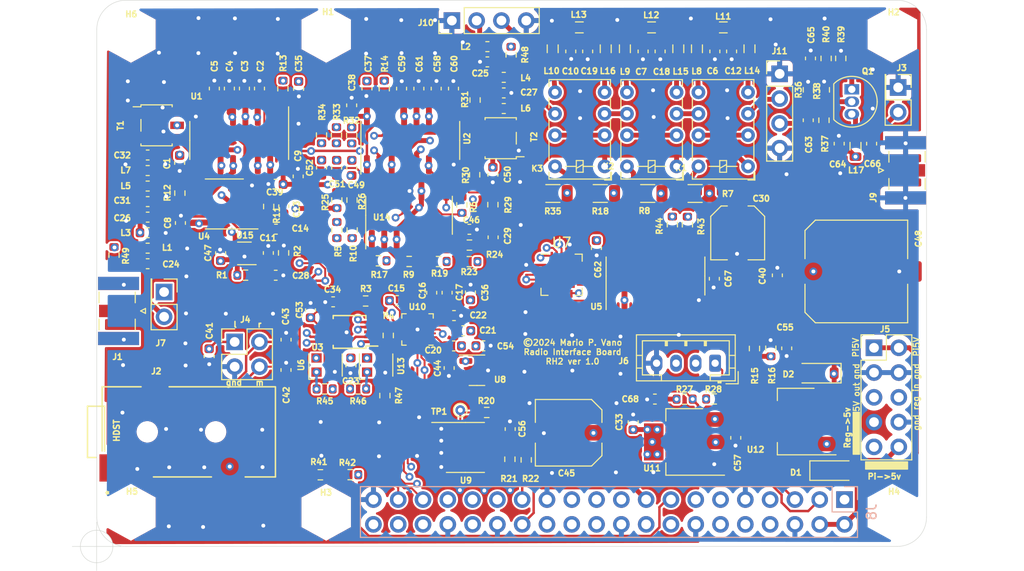
<source format=kicad_pcb>
(kicad_pcb (version 20221018) (generator pcbnew)
  (title_block (title "Radiohat 2.0 Preliminary (not a Hat)") (date "2024-01-14") (rev "2.0") (company "Mario Vano"))
  (layers (0 "F.Cu" signal) (1 "In1.Cu" signal) (2 "In2.Cu" signal) (31 "B.Cu" signal) (34 "B.Paste" user) (35 "F.Paste" user) (36 "B.SilkS" user "B.Silkscreen") (37 "F.SilkS" user "F.Silkscreen") (38 "B.Mask" user) (39 "F.Mask" user) (44 "Edge.Cuts" user))
  (net 0 "")
  (net 1 "GND")
  (net 2 "Net-(U1-1B4)")
  (net 3 "Net-(U1-1B3)")
  (net 4 "Net-(U1-1B2)")
  (net 5 "Net-(U1-1B1)")
  (net 6 "Net-(C6-Pad1)")
  (net 7 "Net-(C14-Pad2)")
  (net 8 "Net-(C13-Pad1)")
  (net 9 "Net-(C7-Pad1)")
  (net 10 "Net-(C10-Pad1)")
  (net 11 "Net-(C12-Pad1)")
  (net 12 "BIAS2V")
  (net 13 "LINEIN-R")
  (net 14 "Net-(J4-Pin_4)")
  (net 15 "Net-(U10-MIC)")
  (net 16 "LINEOUT_L")
  (net 17 "Net-(U10-LINEOUT_L)")
  (net 18 "Net-(U10-LINEOUT_R)")
  (net 19 "LINEOUT_R")
  (net 20 "Net-(C18-Pad1)")
  (net 21 "VCC")
  (net 22 "Net-(C19-Pad1)")
  (net 23 "Net-(C24-Pad1)")
  (net 24 "Net-(J4-Pin_2)")
  (net 25 "Net-(C25-Pad1)")
  (net 26 "Net-(C26-Pad1)")
  (net 27 "Net-(C27-Pad1)")
  (net 28 "Net-(L6-Pad1)")
  (net 29 "Net-(U10-HP_R)")
  (net 30 "Net-(J4-Pin_1)")
  (net 31 "Net-(U10-HP_L)")
  (net 32 "Net-(U10-VAG)")
  (net 33 "Net-(C29-Pad2)")
  (net 34 "Net-(C29-Pad1)")
  (net 35 "Net-(J1-In)")
  (net 36 "Net-(C31-Pad1)")
  (net 37 "Net-(C32-Pad1)")
  (net 38 "Net-(J1-Ext)")
  (net 39 "+5V")
  (net 40 "Net-(U10-VDDD)")
  (net 41 "Net-(U2-1B3)")
  (net 42 "Net-(U2-1B1)")
  (net 43 "Net-(U2-1B4)")
  (net 44 "Net-(U2-1B2)")
  (net 45 "Net-(C49-Pad2)")
  (net 46 "Net-(C49-Pad1)")
  (net 47 "Net-(C51-Pad2)")
  (net 48 "Net-(C51-Pad1)")
  (net 49 "Net-(C52-Pad2)")
  (net 50 "Net-(C52-Pad1)")
  (net 51 "+12V")
  (net 52 "Net-(Q1-B)")
  (net 53 "+3V3")
  (net 54 "Net-(C65-Pad1)")
  (net 55 "Net-(Q1-C)")
  (net 56 "Net-(J3-Pin_2)")
  (net 57 "Net-(D1-K)")
  (net 58 "Net-(D1-A)")
  (net 59 "Net-(D2-A)")
  (net 60 "I2C-SDA")
  (net 61 "I2C-SCL")
  (net 66 "Net-(J8-Pin_12)")
  (net 68 "Net-(J8-Pin_15)")
  (net 69 "Net-(J8-Pin_16)")
  (net 77 "Net-(J8-Pin_27)")
  (net 78 "Net-(J8-Pin_28)")
  (net 83 "Net-(J8-Pin_35)")
  (net 85 "/T_MCLK")
  (net 86 "Net-(R30-Pad2)")
  (net 87 "Net-(J8-Pin_38)")
  (net 88 "Net-(R31-Pad2)")
  (net 89 "Net-(J8-Pin_40)")
  (net 90 "{slash}TX-EN")
  (net 91 "LINEIN-L")
  (net 92 "{slash}RX-EN")
  (net 93 "Net-(U5-O1)")
  (net 94 "Net-(K1-Pad2)")
  (net 95 "Net-(K1-Pad4)")
  (net 96 "Net-(K1-Pad5)")
  (net 97 "Net-(K1-Pad6)")
  (net 98 "Net-(U5-O4)")
  (net 99 "Net-(K2-Pad2)")
  (net 100 "Net-(K2-Pad4)")
  (net 101 "Net-(K2-Pad5)")
  (net 102 "Net-(K2-Pad6)")
  (net 103 "Net-(U5-O3)")
  (net 104 "Net-(K3-Pad2)")
  (net 105 "Net-(K3-Pad4)")
  (net 106 "Net-(K3-Pad5)")
  (net 107 "Net-(U5-O2)")
  (net 108 "Net-(Q1-E)")
  (net 109 "Net-(U3-CLK2)")
  (net 110 "Net-(U14A--)")
  (net 111 "Net-(U14C--)")
  (net 112 "Net-(U12-ADJ)")
  (net 113 "Net-(U9-WP)")
  (net 114 "Net-(U14B--)")
  (net 115 "Net-(U14D--)")
  (net 116 "Net-(U2-1A)")
  (net 117 "Net-(U2-2A)")
  (net 118 "Net-(U1-1A)")
  (net 119 "Net-(U1-2A)")
  (net 120 "VFO-S1")
  (net 121 "VFO-S0")
  (net 122 "Net-(U3-XA)")
  (net 124 "Net-(U5-I1)")
  (net 125 "Net-(U5-I2)")
  (net 126 "Net-(U5-I3)")
  (net 127 "Net-(U5-I4)")
  (net 128 "Net-(U5-I5)")
  (net 129 "Net-(U5-I6)")
  (net 130 "Net-(U5-I7)")
  (net 138 "PRE-IN")
  (net 139 "Net-(U15-+)")
  (net 140 "Net-(U5-O7)")
  (net 141 "Net-(U5-O6)")
  (net 142 "TEENSY")
  (net 144 "Net-(U6-INH)")
  (net 145 "Net-(U13-INH)")
  (net 146 "Net-(J10-Pin_3)")
  (net 147 "Net-(J11-Pin_2)")
  (net 148 "Net-(J11-Pin_3)")
  (net 149 "RX-INBUS")
  (net 150 "CODEC_MCLK")
  (footprint "Capacitor_SMD:C_0603_1608Metric" (layer "F.Cu") (at 92.0432 109.0516 90)
    (fp_text reference "C5")
    (fp_text value "470n" hide)
  )
  (footprint "Resistor_SMD:R_0603_1608Metric" (layer "F.Cu") (at 99.138 125.9034 -90)
    (fp_text reference "R2")
    (fp_text value "20k" hide)
  )
  (footprint "Resistor_SMD:R_0603_1608Metric" (layer "F.Cu") (at 95.2304 128.1874 180)
    (fp_text reference "R1")
    (fp_text value "12k" hide)
  )
  (footprint "Capacitor_SMD:C_0603_1608Metric" (layer "F.Cu") (at 100.6332 118.0596 90)
    (fp_text reference "C9")
    (fp_text value "100n" hide)
  )
  (footprint "Capacitor_SMD:C_0603_1608Metric" (layer "F.Cu") (at 95.126532 109.0516 90)
    (fp_text reference "C3")
    (fp_text value "470n" hide)
  )
  (footprint "Capacitor_SMD:C_0603_1608Metric" (layer "F.Cu") (at 99.1537 121.1154 -90)
    (fp_text reference "C13")
    (fp_text value "1µ" hide)
  )
  (footprint "Capacitor_SMD:C_0603_1608Metric" (layer "F.Cu") (at 110.7576 130.7964)
    (fp_text reference "C15")
    (fp_text value "1µ" hide)
  )
  (footprint "Capacitor_SMD:C_0603_1608Metric" (layer "F.Cu") (at 96.6682 109.0516 90)
    (fp_text reference "C2")
    (fp_text value "470n" hide)
  )
  (footprint "Capacitor_SMD:C_0603_1608Metric" (layer "F.Cu") (at 116.5939 132.3328 180)
    (fp_text reference "C22")
    (fp_text value "100n" hide)
  )
  (footprint "Capacitor_SMD:C_0603_1608Metric" (layer "F.Cu") (at 120.0132 106.3216 180)
    (fp_text reference "C25")
    (fp_text value "130p" hide)
  )
  (footprint "Capacitor_SMD:C_0603_1608Metric" (layer "F.Cu") (at 121.6932 109.5036)
    (fp_text reference "C27")
    (fp_text value "130p" hide)
  )
  (footprint "Inductor_SMD:L_0603_1608Metric" (layer "F.Cu") (at 120.0132 104.7556 180)
    (fp_text reference "L2")
    (fp_text value "470n" hide)
  )
  (footprint "Inductor_SMD:L_0603_1608Metric" (layer "F.Cu") (at 121.6932 107.9076)
    (fp_text reference "L4")
    (fp_text value "560n" hide)
  )
  (footprint "Inductor_SMD:L_0603_1608Metric" (layer "F.Cu") (at 121.6932 111.0996 180)
    (fp_text reference "L6")
    (fp_text value "470n" hide)
  )
  (footprint "MPV-2024:MountingHole_2.7mm_M2.5_KA" (layer "F.Cu") (at 103.5 103.5)
    (fp_text reference "H1")
    (fp_text value "2.5mm")
  )
  (footprint "MPV-2024:MountingHole_2.7mm_M2.5_KA" (layer "F.Cu") (at 161.5 103.5)
    (fp_text reference "H2")
    (fp_text value "2.5mm")
  )
  (footprint "Capacitor_SMD:C_0603_1608Metric" (layer "F.Cu") (at 85.2128 115.868974 180)
    (fp_text reference "C32")
    (fp_text value "180p" hide)
  )
  (footprint "Inductor_SMD:L_0603_1608Metric" (layer "F.Cu") (at 85.2128 123.830844 180)
    (fp_text reference "L3")
    (fp_text value "1µ5" hide)
  )
  (footprint "Inductor_SMD:L_0603_1608Metric" (layer "F.Cu") (at 85.2128 119.053722)
    (fp_text reference "L5")
    (fp_text value "470n" hide)
  )
  (footprint "Inductor_SMD:L_0603_1608Metric" (layer "F.Cu") (at 85.2128 117.461348 180)
    (fp_text reference "L7")
    (fp_text value "1µ5" hide)
  )
  (footprint "Inductor_SMD:L_0603_1608Metric" (layer "F.Cu") (at 85.2128 125.423218 180)
    (fp_text reference "L1")
    (fp_text value "470n" hide)
  )
  (footprint "Connector_Coaxial:SMA_Samtec_SMA-J-P-X-ST-EM1_EdgeMount" (layer "F.Cu") (at 82.23 131.8576 -90)
    (fp_text reference "J1")
    (fp_text value "RF In" hide)
  )
  (footprint "Resistor_SMD:R_0603_1608Metric" (layer "F.Cu") (at 104.5926 123.5638 90)
    (fp_text reference "R5")
    (fp_text value "30k" hide)
  )
  (footprint "Resistor_SMD:R_0603_1608Metric" (layer "F.Cu") (at 117.398 120.9848 90)
    (fp_text reference "R6")
    (fp_text value "30k" hide)
  )
  (footprint "Resistor_SMD:R_0603_1608Metric" (layer "F.Cu") (at 112.0004 126.7842 180)
    (fp_text reference "R9")
    (fp_text value "10k" hide)
  )
  (footprint "Resistor_SMD:R_0603_1608Metric" (layer "F.Cu") (at 106.1598 123.564 -90)
    (fp_text reference "R10")
    (fp_text value "10k" hide)
  )
  (footprint "Resistor_SMD:R_0603_1608Metric" (layer "F.Cu") (at 97.6104 121.1498 90)
    (fp_text reference "R11")
    (fp_text value "10k" hide)
  )
  (footprint "Resistor_SMD:R_0603_1608Metric" (layer "F.Cu") (at 88.5115 119.7772 90)
    (fp_text reference "R12")
    (fp_text value "10k" hide)
  )
  (footprint "Resistor_SMD:R_0603_1608Metric" (layer "F.Cu") (at 99.0648 109.0622 90)
    (fp_text reference "R13")
    (fp_text value "10k" hide)
  )
  (footprint "Resistor_SMD:R_0603_1608Metric" (layer "F.Cu") (at 109.45008 109.0596 90)
    (fp_text reference "R14")
    (fp_text value "10k" hide)
  )
  (footprint "Capacitor_SMD:C_0603_1608Metric" (layer "F.Cu") (at 104.2132 130.9216 180)
    (fp_text reference "C34")
    (fp_text value "100n" hide)
  )
  (footprint "Capacitor_SMD:C_0603_1608Metric" (layer "F.Cu") (at 118.2792 129.9478 90)
    (fp_text reference "C36")
    (fp_text value "100n" hide)
  )
  (footprint "Resistor_SMD:R_0603_1608Metric" (layer "F.Cu") (at 115.0142 126.7882)
    (fp_text reference "R19")
    (fp_text value "10k" hide)
  )
  (footprint "Resistor_SMD:R_0603_1608Metric" (layer "F.Cu") (at 108.8562 126.7156 180)
    (fp_text reference "R17")
    (fp_text value "10k" hide)
  )
  (footprint "Capacitor_SMD:C_0603_1608Metric" (layer "F.Cu") (at 98.31604 118.8705 180)
    (fp_text reference "C39")
    (fp_text value "100n" hide)
  )
  (footprint "Resistor_SMD:R_0603_1608Metric" (layer "F.Cu") (at 119.9494 142.2674)
    (fp_text reference "R20")
    (fp_text value "1k" hide)
  )
  (footprint "Resistor_SMD:R_0603_1608Metric" (layer "F.Cu") (at 123.993 147.1288 90)
    (fp_text reference "R22")
    (fp_text value "3k9" hide)
  )
  (footprint "MPV-2024:MountingHole_2.7mm_M2.5_KA" (layer "F.Cu") (at 103.5 152.5)
    (fp_text reference "H3")
    (fp_text value "2.5mm")
  )
  (footprint "Capacitor_SMD:C_0603_1608Metric" (layer "F.Cu") (at 98.3318 128.1974)
    (fp_text reference "C28")
    (fp_text value "10µ" hide)
  )
  (footprint "Package_SO:MSOP-10_3x3mm_P0.5mm" (layer "F.Cu") (at 105.8935 134.0095 180)
    (fp_text reference "U3")
    (fp_text value "Si5351A-B-GT" hide)
  )
  (footprint "Capacitor_SMD:C_0603_1608Metric" (layer "F.Cu") (at 93.584866 109.0516 90)
    (fp_text reference "C4")
    (fp_text value "470n" hide)
  )
  (footprint "Capacitor_SMD:C_0603_1608Metric" (layer "F.Cu") (at 116.5808 135.4452 180)
    (fp_text reference "C20")
    (fp_text value "1µ" hide)
  )
  (footprint "Capacitor_SMD:C_0603_1608Metric" (layer "F.Cu") (at 88.56946 122.83906 90)
    (fp_text reference "C8")
    (fp_text value "100n" hide)
  )
  (footprint "Capacitor_SMD:C_0603_1608Metric" (layer "F.Cu") (at 98.3563 123.4745 180)
    (fp_text reference "C14")
    (fp_text value "1µ" hide)
  )
  (footprint "Capacitor_SMD:C_0603_1608Metric" (layer "F.Cu") (at 85.2128 122.23847 180)
    (fp_text reference "C26")
    (fp_text value "180p" hide)
  )
  (footprint "MPV-2024:MountingHole_2.7mm_M2.5_KA" (layer "F.Cu") (at 161.5 152.5)
    (fp_text reference "H4")
    (fp_text value "2.5mm")
  )
  (footprint "Diode_SMD:D_SOD-123" (layer "F.Cu") (at 155.41 148.228)
    (fp_text reference "D1")
    (fp_text value "20V 500MA" hide)
  )
  (footprint "Package_SO:SOIC-8_3.9x4.9mm_P1.27mm" (layer "F.Cu") (at 117.7636 145.8546)
    (fp_text reference "U9")
    (fp_text value "CAT24C128" hide)
  )
  (footprint "Package_DFN_QFN:QFN-20-1EP_3x3mm_P0.4mm_EP1.65x1.65mm" (layer "F.Cu") (at 112.8572 133.7572 180)
    (fp_text reference "U10")
    (fp_text value "SGTL5000XNLA3" hide)
  )
  (footprint "Resistor_SMD:R_0603_1608Metric" (layer "F.Cu") (at 122.319 147.0622 90)
    (fp_text reference "R21")
    (fp_text value "3k9" hide)
  )
  (footprint "Capacitor_SMD:C_0603_1608Metric" (layer "F.Cu") (at 115.8882 129.9838 90)
    (fp_text reference "C17")
    (fp_text value "1µ" hide)
  )
  (footprint "Capacitor_SMD:C_0603_1608Metric" (layer "F.Cu") (at 106.1104 110.7732 90)
    (fp_text reference "C38")
    (fp_text value "100n" hide)
  )
  (footprint "Capacitor_SMD:C_0603_1608Metric" (layer "F.Cu") (at 88.4878 116.6864 -90)
    (fp_text reference "C1")
    (fp_text value "10n" hide)
  )
  (footprint "Capacitor_SMD:C_0603_1608Metric" (layer "F.Cu") (at 117.5376 133.8892 180)
    (fp_text reference "C21")
    (fp_text value "1µ" hide)
  )
  (footprint "Capacitor_SMD:C_0603_1608Metric" (layer "F.Cu") (at 91.5092 136.503 90)
    (fp_text reference "C41")
    (fp_text value "1n" hide)
  )
  (footprint "Capacitor_SMD:C_0603_1608Metric" (layer "F.Cu") (at 99.384 137.9122 -90)
    (fp_text reference "C42")
    (fp_text value "1n" hide)
  )
  (footprint "Capacitor_SMD:C_0603_1608Metric" (layer "F.Cu") (at 99.3902 134.8068 -90)
    (fp_text reference "C43")
    (fp_text value "1n" hide)
  )
  (footprint "Package_SO:SOIC-16_3.9x9.9mm_P1.27mm" (layer "F.Cu") (at 112.1182 114.3766 90)
    (fp_text reference "U2")
    (fp_text value "SN74CBT3253" hide)
  )
  (footprint "Capacitor_SMD:C_0603_1608Metric" (layer "F.Cu") (at 85.2128 120.646096)
    (fp_text reference "C31")
    (fp_text value "620p" hide)
  )
  (footprint "Capacitor_SMD:C_0603_1608Metric" (layer "F.Cu") (at 85.2128 127.015598 180)
    (fp_text reference "C24")
    (fp_text value "620p" hide)
  )
  (footprint "Capacitor_SMD:C_0603_1608Metric" (layer "F.Cu") (at 116.0994 137.709 90)
    (fp_text reference "C44")
    (fp_text value "1µ" hide)
  )
  (footprint "Capacitor_SMD:C_0603_1608Metric" (layer "F.Cu") (at 106.0348 137.451 90)
    (fp_text reference "C23")
    (fp_text value "100n" hide)
  )
  (footprint "Capacitor_SMD:C_0603_1608Metric" (layer "F.Cu") (at 118.1674 123.4852)
    (fp_text reference "C46")
    (fp_text value "100n" hide)
  )
  (footprint "Capacitor_SMD:C_Elec_10x10.2" (layer "F.Cu") (at 157.81 127.808)
    (fp_text reference "C48")
    (fp_text value "1500µ 6.3V" hide)
  )
  (footprint "Capacitor_SMD:C_0603_1608Metric" (layer "F.Cu") (at 101.8932 131.7766 -90)
    (fp_text reference "C53")
    (fp_text value "10µ" hide)
  )
  (footprint "Capacitor_SMD:C_0603_1608Metric" (layer "F.Cu") (at 119.616 135.4354)
    (fp_text reference "C54")
    (fp_text value "100n" hide)
  )
  (footprint "Connector_PinHeader_2.54mm:PinHeader_2x05_P2.54mm_Vertical" (layer "F.Cu") (at 159.62 135.636)
    (fp_text reference "J5")
    (fp_text value "Power" hide)
  )
  (footprint "Resistor_SMD:R_0603_1608Metric" (layer "F.Cu") (at 147.3746 135.7088 -90)
    (fp_text reference "R15")
    (fp_text value "333r" hide)
  )
  (footprint "Resistor_SMD:R_0603_1608Metric" (layer "F.Cu") (at 149.05 135.688 90)
    (fp_text reference "R16")
    (fp_text value "1k" hide)
  )
  (footprint "Resistor_SMD:R_0603_1608Metric" (layer "F.Cu") (at 104.587 120.485 -90)
    (fp_text reference "R25")
    (fp_text value "10k" hide)
  )
  (footprint "Resistor_SMD:R_0603_1608Metric" (layer "F.Cu") (at 106.1472 120.4876 90)
    (fp_text reference "R26")
    (fp_text value "20k" hide)
  )
  (footprint "TestPoint:TestPoint_THTPad_D1.0mm_Drill0.5mm" (layer "F.Cu") (at 117.2398 142.0294)
    (fp_text reference "TP1")
    (fp_text value "/Write" hide)
  )
  (footprint "Package_TO_SOT_SMD:SOT-223-3_TabPin2" (layer "F.Cu") (at 151.63 143.198 180)
    (fp_text reference "U12")
    (fp_text value "LM317_SOT-223" hide)
  )
  (footprint "Resistor_SMD:R_0603_1608Metric" (layer "F.Cu") (at 118.1764 125.1048)
    (fp_text reference "R24")
    (fp_text value "20k" hide)
  )
  (footprint "Capacitor_SMD:C_0603_1608Metric" (layer "F.Cu") (at 92.6868 125.9232 90)
    (fp_text reference "C47")
    (fp_text value "100n" hide)
  )
  (footprint "radiohead:Transformer_MACOM_MABAES00031CT" (layer "F.Cu") (at 121.3772 114.1476 180)
    (fp_text reference "T2")
    (fp_text value "MABAES0031" hide)
  )
  (footprint "radiohead:Transformer_MACOM_MABAES00031CT" (layer "F.Cu") (at 86.1232 112.8256)
    (fp_text reference "T1")
    (fp_text value "MABAES0031" hide)
  )
  (footprint "Resistor_SMD:R_0603_1608Metric" (layer "F.Cu") (at 143.2506 140.8808 180)
    (fp_text reference "R28")
    (fp_text value "10k" hide)
  )
  (footprint "Resistor_SMD:R_0603_1608Metric" (layer "F.Cu") (at 140.2184 140.8992 180)
    (fp_text reference "R27")
    (fp_text value "10k" hide)
  )
  (footprint "Capacitor_SMD:C_0603_1608Metric" (layer "F.Cu") (at 122.3518 143.9672 90)
    (fp_text reference "C56")
    (fp_text value "100n" hide)
  )
  (footprint "Capacitor_SMD:C_0603_1608Metric" (layer "F.Cu") (at 149.7192 128.2036 -90)
    (fp_text reference "C40")
    (fp_text value "10µ" hide)
  )
  (footprint "Capacitor_SMD:C_0603_1608Metric" (layer "F.Cu") (at 107.6768 109.0596 -90)
    (fp_text reference "C37")
    (fp_text value "100n" hide)
  )
  (footprint "Capacitor_SMD:C_0603_1608Metric" (layer "F.Cu") (at 150.68 135.688 -90)
    (fp_text reference "C55")
    (fp_text value "100n" hide)
  )
  (footprint "Capacitor_SMD:C_0603_1608Metric" (layer "F.Cu") (at 145.4578 144.8654 -90)
    (fp_text reference "C57")
    (fp_text value "100n" hide)
  )
  (footprint "Package_TO_SOT_SMD:SOT-223-3_TabPin2" (layer "F.Cu") (at 140.208 145.288 180)
    (fp_text reference "U11")
    (fp_text value "LD1117S33TR_SOT223" hide)
  )
  (footprint "Resistor_SMD:R_0603_1608Metric" (layer "F.Cu") (at 118.1736 126.7996)
    (fp_text reference "R23")
    (fp_text value "10k" hide)
  )
  (footprint "Capacitor_SMD:C_0603_1608Metric" (layer "F.Cu") (at 114.311 129.9898 -90)
    (fp_text reference "C16")
    (fp_text value "1µ" hide)
  )
  (footprint "Capacitor_SMD:C_0603_1608Metric" (layer "F.Cu") (at 134.9502 143.256 90)
    (fp_text reference "C33")
    (fp_text value "100n" hide)
  )
  (footprint "Capacitor_SMD:C_Elec_6.3x5.4" (layer "F.Cu") (at 128.34 144.348 180)
    (fp_text reference "C45")
    (fp_text value "100µ 5V" hide)
  )
  (footprint "Package_SO:SOIC-8_3.9x4.9mm_P1.27mm" (layer "F.Cu") (at 93.0648 120.8882 180)
    (fp_text reference "U4")
    (fp_text value "LM4562" hide)
  )
  (footprint "Capacitor_SMD:C_0603_1608Metric" (layer "F.Cu") (at 97.5766 125.9142 90)
    (fp_text reference "C11")
    (fp_text value "100n" hide)
  )
  (footprint "Capacitor_SMD:C_0603_1608Metric" (layer "F.Cu") (at 120.6014 124.3062 90)
    (fp_text reference "C29")
    (fp_text value "10µ" hide)
  )
  (footprint "Capacitor_SMD:C_0603_1608Metric" (layer "F.Cu") (at 106.1232 117.1896 90)
    (fp_text reference "C49")
    (fp_text value "10µ" hide)
  )
  (footprint "Capacitor_SMD:C_0603_1608Metric" (layer "F.Cu") (at 104.5732 117.1796 90)
    (fp_text reference "C51")
    (fp_text value "10µ" hide)
  )
  (footprint "Capacitor_SMD:C_0603_1608Metric" (layer "F.Cu") (at 114.76992 109.0596 90)
    (fp_text reference "C58")
    (fp_text value "22n" hide)
  )
  (footprint "Capacitor_SMD:C_0603_1608Metric" (layer "F.Cu") (at 111.22336 109.0596 90)
    (fp_text reference "C59")
    (fp_text value "22n" hide)
  )
  (footprint "Capacitor_SMD:C_0603_1608Metric" (layer "F.Cu") (at 116.5432 109.0596 90)
    (fp_text reference "C60")
    (fp_text value "22n" hide)
  )
  (footprint "Capacitor_SMD:C_0603_1608Metric" (layer "F.Cu") (at 112.99664 109.0596 90)
    (fp_text reference "C61")
    (fp_text value "22n" hide)
  )
  (footprint "Resistor_SMD:R_0603_1608Metric" (layer "F.Cu") (at 120.5782 120.9586 90)
    (fp_text reference "R29")
    (fp_text value "50R" hide)
  )
  (footprint "Resistor_SMD:R_0603_1608Metric" (layer "F.Cu") (at 118.712 117.8942 90)
    (fp_text reference "R30")
    (fp_text value "50R" hide)
  )
  (footprint "Resistor_SMD:R_0603_1608Metric" (layer "F.Cu") (at 118.7532 110.2296 -90)
    (fp_text reference "R31")
    (fp_text value "50R" hide)
  )
  (footprint "Resistor_SMD:R_0603_1608Metric" (layer "F.Cu") (at 106.1132 113.8596 90)
    (fp_text reference "R32")
    (fp_text value "50R" hide)
  )
  (footprint "Resistor_SMD:R_0603_1608Metric" (layer "F.Cu") (at 104.5532 113.8396 90)
    (fp_text reference "R33")
    (fp_text value "50R" hide)
  )
  (footprint "Resistor_SMD:R_0603_1608Metric" (layer "F.Cu") (at 103.0232 113.8296 90)
    (fp_text reference "R34")
    (fp_text value "50R" hide)
  )
  (footprint "Capacitor_SMD:C_0603_1608Metric" (layer "F.Cu") (at 103.0232 117.1696 90)
    (fp_text reference "C52")
    (fp_text value "10µ" hide)
  )
  (footprint "Package_TO_SOT_SMD:SOT-23-3" (layer "F.Cu") (at 118.9464 137.9392)
    (fp_text reference "U8")
    (fp_text value "ap7313" hide)
  )
  (footprint "Diode_SMD:D_SOD-123" (layer "F.Cu") (at 153.89 138.238 180)
    (fp_text reference "D2")
    (fp_text value "20V 500MA" hide)
  )
  (footprint "Resistor_SMD:R_0603_1608Metric" (layer "F.Cu") (at 122.445 105.595 -90)
    (fp_text reference "R48")
    (fp_text value "0r")
  )
  (footprint "Package_SO:SO-14_3.9x8.65mm_P1.27mm" (layer "F.Cu") (at 111.9886 122.047 90)
    (fp_text reference "U14")
    (fp_text value "TLV9064" hide)
  )
  (footprint "Resistor_SMD:R_1206_3216Metric" (layer "F.Cu") (at 136.438332 119.815 180)
    (fp_text reference "R8")
    (fp_text value "350R" hide)
  )
  (footprint "Resistor_SMD:R_0603_1608Metric" (layer "F.Cu") (at 106.775 139.855)
    (fp_text reference "R46")
    (fp_text value "10k" hide)
  )
  (footprint "Inductor_SMD:L_0805_2012Metric" (layer "F.Cu") (at 129.435 102.785 180)
    (fp_text reference "L13")
    (fp_text value "2µ7" hide)
  )
  (footprint "Connector_JST:JST_PH_B4B-PH-K_1x04_P2.00mm_Vertical" (layer "F.Cu") (at 143.345 137.215 180)
    (fp_text reference "J6")
    (fp_text value "STEMMA I2C" hide)
  )
  (footprint "Resistor_SMD:R_0603_1608Metric" (layer "F.Cu") (at 140.505 123.015 -90)
    (fp_text reference "R43")
    (fp_text value "0r" hide)
  )
  (footprint "Capacitor_SMD:C_0603_1608Metric" (layer "F.Cu") (at 130.28722 105.245 -90)
    (fp_text reference "C19")
    (fp_text value "750p" hide)
  )
  (footprint "Connector_PinHeader_2.54mm:PinHeader_1x04_P2.54mm_Vertical" (layer "F.Cu") (at 149.955 107.545)
    (fp_text reference "J11")
    (fp_text value "LPF | PA")
  )
  (footprint "Resistor_SMD:R_0603_1608Metric" (layer "F.Cu") (at 156.215 105.965 90)
    (fp_text reference "R39")
    (fp_text value "50R" hide)
  )
  (footprint "Resistor_SMD:R_0603_1608Metric" (layer "F.Cu") (at 102.905 148.655)
    (fp_text reference "R41")
    (fp_text value "0r" hide)
  )
  (footprint "Inductor_SMD:L_0805_2012Metric" (layer "F.Cu") (at 141.485 104.975 -90)
    (fp_text reference "L8")
    (fp_text value "560n" hide)
  )
  (footprint "Resistor_SMD:R_0603_1608Metric" (layer "F.Cu") (at 107.5436 130.8354)
    (fp_text reference "R3")
    (fp_text value "0r" hide)
  )
  (footprint "Package_DFN_QFN:QFN-20-1EP_4x4mm_P0.5mm_EP2.7x2.7mm" (layer "F.Cu") (at 127.615 128.145)
    (fp_text reference "U7")
    (fp_text value "MCP23008-xML")
  )
  (footprint "Resistor_SMD:R_0603_1608Metric" (layer "F.Cu") (at 105.965 148.645)
    (fp_text reference "R42")
    (fp_text value "0r" hide)
  )
  (footprint "Inductor_SMD:L_0805_2012Metric" (layer "F.Cu") (at 126.705 104.975 -90)
    (fp_text reference "L10")
    (fp_text value "1µ5" hide)
  )
  (footprint "Package_TO_SOT_THT:TO-92_Inline" (layer "F.Cu") (at 157.345 109.135 -90)
    (fp_text reference "Q1")
    (fp_text value "PN2222A" hide)
  )
  (footprint "Capacitor_SMD:C_0603_1608Metric" (layer "F.Cu") (at 120.5798 117.8948 -90)
    (fp_text reference "C50")
    (fp_text value "10n" hide)
  )
  (footprint "Oscillator:Oscillator_SMD_Kyocera_KC2520Z-4Pin_2.5x2.0mm" (layer "F.Cu") (at 103.435 137.4032 90)
    (fp_text reference "U6")
    (fp_text value "tcxo 25.0Mhz" hide)
  )
  (footprint "Resistor_SMD:R_0603_1608Metric" (layer "F.Cu") (at 109.515 140.535 -90)
    (fp_text reference "R47")
    (fp_text value "0r")
  )
  (footprint "Resistor_SMD:R_0603_1608Metric" (layer "F.Cu") (at 81.765 126.125 90)
    (fp_text reference "R49")
    (fp_text value "0r")
  )
  (footprint "Capacitor_SMD:C_0603_1608Metric" (layer "F.Cu") (at 156.055 114.705 90)
    (fp_text reference "C64")
    (fp_text value "100n" hide)
  )
  (footprint "Resistor_SMD:R_1206_3216Metric" (layer "F.Cu") (at 141.295 119.815 180)
    (fp_text reference "R7")
    (fp_text value "350R" hide)
  )
  (footprint "Inductor_SMD:L_0805_2012Metric" (layer "F.Cu") (at 146.865 104.975 -90)
    (fp_text reference "L14")
    (fp_text value "560n" hide)
  )
  (footprint "Capacitor_SMD:C_0603_1608Metric" (layer "F.Cu") (at 159.375 114.705 -90)
    (fp_text reference "C66")
    (fp_text value "100n" hide)
  )
  (footprint "Capacitor_SMD:C_0603_1608Metric" (layer "F.Cu") (at 128.55611 105.245 -90)
    (fp_text reference "C10")
    (fp_text value "750p" hide)
  )
  (footprint "Connector_PinHeader_2.54mm:PinHeader_2x01_P2.54mm_Vertical" (layer "F.Cu") (at 86.895 129.915 -90)
    (fp_text reference "J7")
    (fp_text value "RF In" hide)
  )
  (footprint "Capacitor_SMD:C_0603_1608Metric" (layer "F.Cu") (at 143.318333 105.245 -90)
    (fp_text reference "C6")
    (fp_text value "200p" hide)
  )
  (footprint "Relay_THT:Relay_DPDT_AXICOM_IMSeries_Pitch5.08mm" (layer "F.Cu") (at 132.025 117.035 180)
    (fp_text reference "K3")
    (fp_text value "IM43" hide)
  )
  (footprint "Connector_Coaxial:SMA_Samtec_SMA-J-P-X-ST-EM1_EdgeMount" (layer "F.Cu") (at 162.86 117.44 90)
    (fp_text reference "J9")
    (fp_text value "RF out B" hide)
  )
  (footprint "Package_SO:SOIC-16_3.9x9.9mm_P1.27mm" (layer "F.Cu") (at 137.235 128.275 90)
    (fp_text reference "U5")
    (fp_text value "ULN2003A" hide)
  )
  (footprint "Capacitor_SMD:C_0603_1608Metric" (layer "F.Cu") (at 137.175 140.895 180)
    (fp_text reference "C68")
    (fp_text value "100n" hide)
  )
  (footprint "Capacitor_SMD:C_0603_1608Metric" (layer "F.Cu") (at 131.185 125.415 -90)
    (fp_text reference "C62")
    (fp_text value "100n" hide)
  )
  (footprint "Inductor_SMD:L_0805_2012Metric" (layer "F.Cu") (at 139.573333 104.975 -90)
    (fp_text reference "L15")
    (fp_text value "820n" hide)
  )
  (footprint "Capacitor_SMD:C_0603_1608Metric" (layer "F.Cu") (at 143.265 128.555 -90)
    (fp_text reference "C67")
    (fp_text value "100n" hide)
  )
  (footprint "Resistor_SMD:R_0603_1608Metric" (layer "F.Cu") (at 154.495 112.305 90)
    (fp_text reference "R37")
    (fp_text value "2k2" hide)
  )
  (footprint "Inductor_SMD:L_0805_2012Metric" (layer "F.Cu") (at 134.103333 104.975 -90)
    (fp_text reference "L9")
    (fp_text value "820n" hide)
  )
  (footprint "Inductor_SMD:L_0805_2012Metric" (layer "F.Cu") (at 157.725 114.975 90)
    (fp_text reference "L17")
    (fp_text value "40µ" hide)
  )
  (footprint "Capacitor_SMD:C_0603_1608Metric" (layer "F.Cu") (at 145.031666 105.245 -90)
    (fp_text reference "C12")
    (fp_text value "200p" hide)
  )
  (footprint "Capacitor_SMD:C_0603_1608Metric" (layer "F.Cu") (at 153.115 105.965 90)
    (fp_text reference "C65")
    (fp_text value "1n" hide)
  )
  (footprint "Connector_PinHeader_2.54mm:PinHeader_2x02_P2.54mm_Vertical" (layer "F.Cu") (at 94.1246 135.0328)
    (fp_text reference "J4")
    (fp_text value "Headset" hide)
  )
  (footprint "Capacitor_SMD:C_0603_1608Metric" (layer "F.Cu") (at 137.709999 105.245 -90)
    (fp_text reference "C18")
    (fp_text value "360p" hide)
  )
  (footprint "Capacitor_SMD:C_0603_1608Metric" (layer "F.Cu") (at 152.885 112.305 90)
    (fp_text reference "C63")
    (fp_text value "100n" hide)
  )
  (footprint "Resistor_SMD:R_0603_1608Metric" (layer "F.Cu") (at 109.8604 134.3704 90)
    (fp_text reference "R4")
    (fp_text value "0r" hide)
  )
  (footprint "Package_TO_SOT_SMD:SOT-353_SC-70-5" (layer "F.Cu") (at 95.125 125.955 180)
    (fp_text reference "U15")
    (fp_text value "TLV9001IDCK" hide)
  )
  (footprint "MPV-2024:MountingHole_2.7mm_M2.5_KA" (layer "F.Cu") (at 83.5 103.5)
    (fp_text reference "H6")
    (fp_text value "2.5mm")
  )
  (footprint "Resistor_SMD:R_0603_1608Metric" (layer "F.Cu") (at 138.965 123.005 -90)
    (fp_text reference "R44")
    (fp_text value "0r" hide)
  )
  (footprint "Connector_PinHeader_2.54mm:PinHeader_2x01_P2.54mm_Vertical" (layer "F.Cu") (at 162.095 108.945 -90)
    (fp_text reference "J3")
    (fp_text value "RF out" hide)
  )
  (footprint "Relay_THT:Relay_DPDT_AXICOM_IMSeries_Pitch5.08mm" (layer "F.Cu") (at 146.715 117.035 180)
    (fp_text reference "K1")
    (fp_text value "IM43" hide)
  )
  (footprint "Oscillator:Oscillator_SMD_Kyocera_KC2520Z-4Pin_2.5x2.0mm" (layer "F.Cu") (at 108.615 137.4042 90)
    (fp_text reference "U13")
    (fp_text value "txco 12.288Mhz" hide)
  )
  (footprint "Resistor_SMD:R_1206_3216Metric" (layer "F.Cu") (at 131.581666 119.815 180)
    (fp_text reference "R18")
    (fp_text value "350R" hide)
  )
  (footprint "Resistor_SMD:R_1206_3216Metric" (layer "F.Cu") (at 126.725 119.815 180)
    (fp_text reference "R35")
    (fp_text value "350R" hide)
  )
  (footprint "Capacitor_SMD:C_0603_1608Metric" (layer "F.Cu") (at 135.966666 105.245 -90)
    (fp_text reference "C7")
    (fp_text value "360p" hide)
  )
  (footprint "Capacitor_SMD:C_0603_1608Metric" (layer "F.Cu") (at 100.6756 109.0972 -90)
    (fp_text reference "C35")
    (fp_text value "100n" hide)
  )
  (footprint "Relay_THT:Relay_DPDT_AXICOM_IMSeries_Pitch5.08mm" (layer "F.Cu") (at 139.393333 117.035 180)
    (fp_text reference "K2")
    (fp_text value "IM43" hide)
  )
  (footprint "Capacitor_SMD:C_Elec_5x5.8" (layer "F.Cu") (at 145.655 123.855 -90)
    (fp_text reference "C30")
    (fp_text value "33µ 25V" hide)
  )
  (footprint "MPV-2024:MountingHole_2.7mm_M2.5_KA" (layer "F.Cu") (at 83.5 152.5)
    (fp_text reference "H5")
    (fp_text value "2.5mm")
  )
  (footprint "sj43515tssm:SJ-43514TS-SMT" (layer "F.Cu") (at 89.425 144.255 90)
    (fp_text reference "J2")
    (fp_text value "HDST")
  )
  (footprint "Connector_PinHeader_2.54mm:PinHeader_1x04_P2.54mm_Vertical" (layer "F.Cu") (at 116.375 102.085 90)
    (fp_text reference "J10")
    (fp_text value "QSD | LPF")
  )
  (footprint "Resistor_SMD:R_0603_1608Metric" (layer "F.Cu") (at 103.345 139.855 180)
    (fp_text reference "R45")
    (fp_text value "10k" hide)
  )
  (footprint "Package_SO:SOIC-16_3.9x9.9mm_P1.27mm" (layer "F.Cu") (at 94.5896 114.3766 -90)
    (fp_text reference "U1")
    (fp_text value "SN74CBT3253" hide)
  )
  (footprint "Inductor_SMD:L_0805_2012Metric" (layer "F.Cu") (at 144.185 102.785 180)
    (fp_text reference "L11")
    (fp_text value "820n" hide)
  )
  (footprint "Resistor_SMD:R_0603_1608Metric" (layer "F.Cu") (at 152.895 109.185 90)
    (fp_text reference "R36")
    (fp_text value "50R" hide)
  )
  (footprint "Inductor_SMD:L_0805_2012Metric" (layer "F.Cu") (at 132.138332 104.975 -90)
    (fp_text reference "L16")
    (fp_text value "1µ5" hide)
  )
  (footprint "Inductor_SMD:L_0805_2012Metric" (layer "F.Cu") (at 136.833333 102.785 180)
    (fp_text reference "L12")
    (fp_text value "1µ5" hide)
  )
  (footprint "Resistor_SMD:R_0603_1608Metric" (layer "F.Cu") (at 154.535 109.185 90)
    (fp_text reference "R38")
    (fp_text value "450R" hide)
  )
  (footprint "Resistor_SMD:R_0603_1608Metric" (layer "F.Cu") (at 154.715 105.965 -90)
    (fp_text reference "R40")
    (fp_text value "68R" hide)
  )
  (footprint "Connector_PinSocket_2.54mm:PinSocket_2x20_P2.54mm_Vertical" (layer "B.Cu") (at 156.6 151.2 90)
    (fp_text reference "J8")
    (fp_text value "Raspberry Pi GPIO")
  )
  (gr_poly (pts (xy 158.1404 142.24) (xy 158.1404 146.558) (xy 157.48 146.558) (xy 157.48 142.24)) (stroke (width 0.1)) (fill solid) (layer "F.SilkS"))
  (gr_poly (pts (xy 163.068 148.082) (xy 158.75 148.082) (xy 158.75 147.32) (xy 163.068 147.32)) (stroke (width 0.1)) (fill solid) (layer "F.SilkS"))
  (gr_arc (start 80 103) (mid 80.87868 100.87868) (end 83 100) (stroke (width 0.05)) (layer "Edge.Cuts"))
  (gr_line (start 83 100) (end 162 100) (stroke (width 0.05)) (layer "Edge.Cuts"))
  (gr_line (start 165 103) (end 165 153) (stroke (width 0.05)) (layer "Edge.Cuts"))
  (gr_line (start 83 156) (end 162 156) (stroke (width 0.05)) (layer "Edge.Cuts"))
  (gr_line (start 80 103) (end 80 153) (stroke (width 0.05)) (layer "Edge.Cuts"))
  (gr_arc (start 83 156) (mid 80.87868 155.12132) (end 80 153) (stroke (width 0.05)) (layer "Edge.Cuts"))
  (gr_arc (start 165 153) (mid 164.12132 155.12132) (end 162 156) (stroke (width 0.05)) (layer "Edge.Cuts"))
  (gr_arc (start 162 100) (mid 164.12132 100.87868) (end 165 103) (stroke (width 0.05)) (layer "Edge.Cuts"))
  (gr_text "©2024 Mario P. Vano\nRadio Interface Board\nRH2 ver 1.0" (at 94.852 103.6122) (layer "F.Cu") (effects (font (size 0.5 0.5) (thickness 0.1))))
  (gr_text "gnd" (at 157.81 138.058 90) (layer "F.SilkS") (effects (font (size 0.6 0.6) (thickness 0.125))))
  (gr_text "gnd" (at 163.97 143.298 90) (layer "F.SilkS") (effects (font (size 0.6 0.6) (thickness 0.125))))
  (gr_text "reg in" (at 163.92 140.668 90) (layer "F.SilkS") (effects (font (size 0.6 0.6) (thickness 0.125))))
  (gr_text "5V out" (at 157.83 140.698 90) (layer "F.SilkS") (effects (font (size 0.6 0.6) (thickness 0.125))))
  (gr_text "Pi5V" (at 163.97 135.528 90) (layer "F.SilkS") (effects (font (size 0.6 0.6) (thickness 0.125))))
  (gr_text "Pi5V" (at 157.75 135.608 90) (layer "F.SilkS") (effects (font (size 0.6 0.6) (thickness 0.125))))
  (gr_text "©2024 Mario P. Vano\nRadio Interface Board\nRH2 ver 1.0" (at 128.7364 136.0668) (layer "F.SilkS") (effects (font (size 0.6 0.6) (thickness 0.125))))
  (gr_text "l" (at 93.9146 133.6128) (layer "F.SilkS") (effects (font (size 0.6 0.6)) (justify left bottom)))
  (gr_text "gnd" (at 93.14 139.55) (layer "F.SilkS") (effects (font (size 0.6 0.6)) (justify left bottom)))
  (gr_text "Reg->5v" (at 156.89 143.838 90) (layer "F.SilkS") (effects (font (size 0.6 0.6))))
  (gr_text "Pi->5v" (at 160.68 148.828) (layer "F.SilkS") (effects (font (size 0.6 0.6))))
  (gr_text "m" (at 96.19 139.56) (layer "F.SilkS") (effects (font (size 0.6 0.6)) (justify left bottom)))
  (gr_text "r" (at 96.39 133.6) (layer "F.SilkS") (effects (font (size 0.6 0.6)) (justify left bottom)))
  (gr_text "gnd" (at 163.96 138.058 90) (layer "F.SilkS") (effects (font (size 0.6 0.6) (thickness 0.125))))
  (target plus (at 79.9846 156.0068) (size 5) (width 0.05) (layer "Edge.Cuts"))
  (segment (start 116.5632 116.8516) (end 116.563193 116.851607) (width 0.5) (layer "F.Cu") (net 1))
  (segment (start 101.8932 131.0016) (end 101.8932 131.0316) (width 0.2) (layer "F.Cu") (net 1))
  (segment (start 125.6775 127.645) (end 123.98 127.67) (width 0.2) (layer "F.Cu") (net 1))
  (segment (start 103.4382 130.9216) (end 103.4332 130.9216) (width 0.2) (layer "F.Cu") (net 1))
  (segment (start 115.2886 147.7596) (end 115.2886 147.8571) (width 0.25) (layer "F.Cu") (net 1))
  (segment (start 143.358 147.588) (end 143.5102 147.588) (width 0.5) (layer "F.Cu") (net 1))
  (segment (start 125.6775 127.145) (end 124.005 127.145) (width 0.2) (layer "F.Cu") (net 1))
  (segment (start 115.2886 147.8571) (end 115.2906 147.8591) (width 0.25) (layer "F.Cu") (net 1))
  (segment (start 123.98 127.67) (end 123.99 127.13) (width 0.2) (layer "F.Cu") (net 1))
  (segment (start 150.68 136.468) (end 150.67 136.478) (width 0.5) (layer "F.Cu") (net 1))
  (segment (start 145.655 125.9175) (end 145.655 125.935) (width 0.5) (layer "F.Cu") (net 1))
  (segment (start 143.5102 147.588) (end 145.4324 145.6658) (width 0.5) (layer "F.Cu") (net 1))
  (segment (start 103.4332 130.9216) (end 103.4032 130.9516) (width 0.2) (layer "F.Cu") (net 1))
  (segment (start 103.6935 134.0095) (end 105.553754 134.0095) (width 0.2) (layer "F.Cu") (net 1))
  (segment (start 143.358 147.588) (end 143.27 147.588) (width 0.5) (layer "F.Cu") (net 1))
  (segment (start 100.6207 117.2721) (end 100.6032 117.2896) (width 0.25) (layer "F.Cu") (net 1))
  (segment (start 143.27 147.588) (end 143.256 147.574) (width 0.5) (layer "F.Cu") (net 1))
  (segment (start 122.3264 143.1922) (end 122.3264 143.1798) (width 0.25) (layer "F.Cu") (net 1))
  (segment (start 117.3444 132.3328) (end 117.3226 132.3546) (width 0.2) (layer "F.Cu") (net 1))
  (segment (start 115.2886 146.4896) (end 115.2886 146.4121) (width 0.25) (layer "F.Cu") (net 1))
  (segment (start 128.115 125.575) (end 128.115 126.2075) (width 0.2) (layer "F.Cu") (net 1))
  (segment (start 120.391 135.4354) (end 120.3686 135.4354) (width 0.2) (layer "F.Cu") (net 1))
  (segment (start 100.6332 117.2721) (end 100.6207 117.2721) (width 0.25) (layer "F.Cu") (net 1))
  (segment (start 125.8025 144.3855) (end 125.8 144.388) (width 0.2) (layer "F.Cu") (net 1))
  (segment (start 105.553754 134.0095) (end 105.591911 134.047657) (width 0.2) (layer "F.Cu") (net 1))
  (segment (start 150.68 136.463) (end 150.68 136.468) (width 0.5) (layer "F.Cu") (net 1))
  (segment (start 95.13 126.28) (end 95.404579 125.955) (width 0.25) (layer "F.Cu") (net 1))
  (segment (start 97.5766 125.1392) (end 97.5766 125.1884) (width 0.5) (layer "F.Cu") (net 1))
  (segment (start 115.2886 146.4121) (end 115.2906 146.4101) (width 0.25) (layer "F.Cu") (net 1))
  (segment (start 95.404579 125.955) (end 96.075 125.955) (width 0.25) (layer "F.Cu") (net 1))
  (segment (start 117.3689 132.3328) (end 117.3444 132.3328) (width 0.2) (layer "F.Cu") (net 1))
  (segment (start 125.8025 144.348) (end 125.8025 144.3855) (width 0.2) (layer "F.Cu") (net 1))
  (segment (start 128.45 125.05) (end 128.115 125.575) (width 0.2) (layer "F.Cu") (net 1))
  (segment (start 145.655 125.935) (end 145.59 126) (width 0.5) (layer "F.Cu") (net 1))
  (segment (start 101.8932 131.0316) (end 101.9032 131.0416) (width 0.2) (layer "F.Cu") (net 1))
  (segment (start 124.005 127.145) (end 123.99 127.13) (width 0.2) (layer "F.Cu") (net 1))
  (via (at 116.563193 116.851607) (size 0.8) (drill 0.4) (layers "F.Cu" "B.Cu") (net 1))
  (via (at 89.14 132.11) (size 0.8) (drill 0.4) (layers "F.Cu" "B.Cu") (net 1))
  (via (at 122.47 109.5) (size 0.8) (drill 0.4) (layers "F.Cu" "B.Cu") (net 1))
  (via (at 149.7192 127.428588) (size 0.8) (drill 0.4) (layers "F.Cu" "B.Cu") (net 1))
  (via (at 82.94 116.83) (size 0.8) (drill 0.4) (layers "F.Cu" "B.Cu") (net 1))
  (via (at 162.86 114.67) (size 0.8) (drill 0.4) (layers "F.Cu" "B.Cu") (net 1))
  (via (at 126.63 148.47) (size 0.8) (drill 0.4) (layers "F.Cu" "B.Cu") (net 1))
  (via (at 97.57 125.19) (size 0.8) (drill 0.4) (layers "F.Cu" "B.Cu") (net 1))
  (via (at 92.63 125.57) (size 0.8) (drill 0.4) (layers "F.Cu" "B.Cu") (net 1))
  (via (at 87.42 147.89) (size 0.8) (drill 0.4) (layers "F.Cu" "B.Cu") (net 1))
  (via (at 114.8 108.28) (size 0.8) (drill 0.4) (layers "F.Cu" "B.Cu") (net 1))
  (via (at 112.0394 119.5578) (size 0.8) (drill 0.4) (layers "F.Cu" "B.Cu") (net 1))
  (via (at 95.1182 108.264088) (size 0.8) (drill 0.4) (layers "F.Cu" "B.Cu") (net 1))
  (via (at 118.2952 129.162) (size 0.8) (drill 0.4) (layers "F.Cu" "B.Cu") (net 1))
  (via (at 112.97 108.29) (size 0.8) (drill 0.4) (layers "F.Cu" "B.Cu") (net 1))
  (via (at 144.62 112.09) (size 0.8) (drill 0.4) (layers "F.Cu" "B.Cu") (net 1))
  (via (at 139.62 134.31) (size 0.8) (drill 0.4) (layers "F.Cu" "B.Cu") (net 1))
  (via (at 83.18 108.31) (size 0.8) (drill 0.4) (layers "F.Cu" "B.Cu") (net 1))
  (via (at 88.62 122.09) (size 0.8) (drill 0.4) (layers "F.Cu" "B.Cu") (net 1))
  (via (at 82.69 137.41) (size 0.8) (drill 0.4) (layers "F.Cu" "B.Cu") (net 1))
  (via (at 83.18 110.28) (size 0.8) (drill 0.4) (layers "F.Cu" "B.Cu") (net 1))
  (via (at 128.72 137.97) (size 0.8) (drill 0.4) (layers "F.Cu" "B.Cu") (net 1))
  (via (at 107.59 105.47) (size 0.8) (drill 0.4) (layers "F.Cu" "B.Cu") (net 1))
  (via (at 140.86 101.87) (size 0.8) (drill 0.4) (layers "F.Cu" "B.Cu") (net 1))
  (via (at 149.55 104.54) (size 0.8) (drill 0.4) (layers "F.Cu" "B.Cu") (net 1))
  (via (at 90.42 101.83) (size 0.8) (drill 0.4) (layers "F.Cu" "B.Cu") (net 1))
  (via (at 116.07 138.52) (size 0.8) (drill 0.4) (layers "F.Cu" "B.Cu") (net 1))
  (via (at 99.4 134.1) (size 0.8) (drill 0.4) (layers "F.Cu" "B.Cu") (net 1))
  (via (at 153.14 105.15) (size 0.8) (drill 0.4) (layers "F.Cu" "B.Cu") (net 1))
  (via (at 101.9032 131.0416) (size 0.8) (drill 0.4) (layers "F.Cu" "B.Cu") (net 1))
  (via (at 122.34 150.24) (size 0.8) (drill 0.4) (layers "F.Cu" "B.Cu") (net 1))
  (via (at 150.66 117.84) (size 0.8) (drill 0.4) (layers "F.Cu" "B.Cu") (net 1))
  (via (at 117.3226 132.3546) (size 0.8) (drill 0.4) (layers "F.Cu" "B.Cu") (net 1))
  (via (at 87.11 120.1) (size 0.8) (drill 0.4) (layers "F.Cu" "B.Cu") (net 1))
  (via (at 129.51 112.09) (size 0.8) (drill 0.4) (layers "F.Cu" "B.Cu") (net 1))
  (via (at 137.05 111.97) (size 0.8) (drill 0.4) (layers "F.Cu" "B.Cu") (net 1))
  (via (at 87.1 143.96) (size 0.8) (drill 0.4) (layers "F.Cu" "B.Cu") (net 1))
  (via (at 136.99 109.23) (size 0.8) (drill 0.4) (layers "F.Cu" "B.Cu") (net 1))
  (via (at 133.65 134.48) (size 0.8) (drill 0.4) (layers "F.Cu" "B.Cu") (net 1))
  (via (at 109.551 138.1822) (size 0.8) (drill 0.4) (layers "F.Cu" "B.Cu") (net 1))
  (via (at 156.16 117.74) (size 0.8) (drill 0.4) (layers "F.Cu" "B.Cu") (net 1))
  (via (at 123.23 115.41) (size 0.8) (drill 0.4) (layers "F.Cu" "B.Cu") (net 1))
  (via (at 87.02 116.8) (size 0.8) (drill 0.4) (layers "F.Cu" "B.Cu") (net 1))
  (via (at 112.8572 133.7572) (size 0.8) (drill 0.4) (layers "F.Cu" "B.Cu") (net 1))
  (via (at 91.01 147.89) (size 0.8) (drill 0.4) (layers "F.Cu" "B.Cu") (net 1))
  (via (at 123.81 138.09) (size 0.8) (drill 0.4) (layers "F.Cu" "B.Cu") (net 1))
  (via (at 87.38 153.94) (size 0.8) (drill 0.4) (layers "F.Cu" "B.Cu") (net 1))
  (via (at 126.62 102.1) (size 0.8) (drill 0.4) (layers "F.Cu" "B.Cu") (net 1))
  (via (at 119.7 150.27) (size 0.8) (drill 0.4) (layers "F.Cu" "B.Cu") (net 1))
  (via (at 91.52 137.32) (size 0.8) (drill 0.4) (layers "F.Cu" "B.Cu") (net 1))
  (via (at 144.57 109.23) (size 0.8) (drill 0.4) (layers "F.Cu" "B.Cu") (net 1))
  (via (at 159.49 111.11) (size 0.8) (drill 0.4) (layers "F.Cu" "B.Cu") (net 1))
  (via (at 134.9502 142.481) (size 0.8) (drill 0.4) (layers "F.Cu" "B.Cu") (net 1))
  (via (at 145.59 126) (size 0.8) (drill 0.4) (layers "F.Cu" "B.Cu") (net 1))
  (via (at 97.06 153.87) (size 0.8) (drill 0.4) (layers "F.Cu" "B.Cu") (net 1))
  (via (at 159.49 107.1) (size 0.8) (drill 0.4) (layers "F.Cu" "B.Cu") (net 1))
  (via (at 100.701 109.8592) (size 0.8) (drill 0.4) (layers "F.Cu" "B.Cu") (net 1))
  (via (at 120.5658 118.6632) (size 0.8) (drill 0.4) (layers "F.Cu" "B.Cu") (net 1))
  (via (at 105.591911 134.047657) (size 0.8) (drill 0.4) (layers "F.Cu" "B.Cu") (net 1))
  (via (at 149.02 101.95) (size 0.8) (drill 0.4) (layers "F.Cu" "B.Cu") (net 1))
  (via (at 86.37 105.38) (size 0.8) (drill 0.4) (layers "F.Cu" "B.Cu") (net 1))
  (via (at 107.62 109.82) (size 0.8) (drill 0.4) (layers "F.Cu" "B.Cu") (net 1))
  (via (at 154.51 108.34) (size 0.8) (drill 0.4) (layers "F.Cu" "B.Cu") (net 1))
  (via (at 120.0834 137.9556) (size 0.8) (drill 0.4) (layers "F.Cu" "B.Cu") (net 1))
  (via (at 96.6682 108.264088) (size 0.8) (drill 0.4) (layers "F.Cu" "B.Cu") (net 1))
  (via (at 130.29 106.05) (size 0.8) (drill 0.4) (layers "F.Cu" "B.Cu") (net 1))
  (via (at 133.24 141.31) (size 0.8) (drill 0.4) (layers "F.Cu" "B.Cu") (net 1))
  (via (at 123.9 134.22) (size 0.8) (drill 0.4) (layers "F.Cu" "B.Cu") (net 1))
  (via (at 100.6032 117.2896) (size 0.8) (drill 0.4) (layers "F.Cu" "B.Cu") (net 1))
  (via (at 156.02 113.9) (size 0.8) (drill 0.4) (layers "F.Cu" "B.Cu") (net 1))
  (via (at 114.65 105.42) (size 0.8) (drill 0.4) (layers "F.Cu" "B.Cu") (net 1))
  (via (at 93.5682 108.26411) (size 0.8) (drill 0.4) (layers "F.Cu" "B.Cu") (net 1))
  (via (at 99.11 128.21) (size 0.8) (drill 0.4) (layers "F.Cu" "B.Cu") (net 1))
  (via (at 86.88 108.39) (size 0.8) (drill 0.4) (layers "F.Cu" "B.Cu") (net 1))
  (via (at 94.15 101.86) (size 0.8) (drill 0.4) (layers "F.Cu" "B.Cu") (net 1))
  (via (at 98.54 105.47) (size 0.8) (drill 0.4) (layers "F.Cu" "B.Cu") (net 1))
  (via (at 95.9 118.99) (size 0.8) (drill 0.4) (layers "F.Cu" "B.Cu") (net 1))
  (via (at 103.01 146.7) (size 0.8) (drill 0.4) (layers "F.Cu" "B.Cu") (net 1))
  (via (at 82.63 142.28) (size 0.8) (drill 0.4) (layers "F.Cu" "B.Cu") (net 1))
  (via (at 108.929628 143.283168) (size 0.8) (drill 0.4) (layers "F.Cu" "B.Cu") (net 1))
  (via (at 102.94 143.24) (size 0.8) (drill 0.4) (layers "F.Cu" "B.Cu") (net 1))
  (via (at 98.05 132.14) (size 0.8) (drill 0.4) (layers "F.Cu" "B.Cu") (net 1))
  (via (at 113.02 142.76) (size 0.8) (drill 0.4) (layers "F.Cu" "B.Cu") (net 1))
  (via (at 131.21 126.16) (size 0.8) (drill 0.4) (layers "F.Cu" "B.Cu") (net 1))
  (via (at 104.385 138.1007) (size 0.8) (drill 0.4) (layers "F.Cu" "B.Cu") (net 1))
  (via (at 115.2906 146.4101) (size 0.8) (drill 0.4) (layers "F.Cu" "B.Cu") (net 1))
  (via (at 84.15 148.06) (size 0.8) (drill 0.4) (layers "F.Cu" "B.Cu") (net 1))
  (via (at 98.55 101.92) (size 0.8) (drill 0.4) (layers "F.Cu" "B.Cu") (net 1))
  (via (at 117.2 150.23) (size 0.8) (drill 0.4) (layers "F.Cu" "B.Cu") (net 1))
  (via (at 95.13 126.28) (size 0.8) (drill 0.4) (layers "F.Cu" "B.Cu") (net 1))
  (via (at 83.01 122.62) (size 0.8) (drill 0.4) (layers "F.Cu" "B.Cu") (net 1))
  (via (at 137.728333 106.05) (size 0.8) (drill 0.4) (layers "F.Cu" "B.Cu") (net 1))
  (via (at 145.4324 145.6658) (size 0.8) (drill 0.4) (layers "F.Cu" "B.Cu") (net 1))
  (via (at 141.68 130.75) (size 0.8) (drill 0.4) (layers "F.Cu" "B.Cu") (net 1))
  (via (at 123.92 131.98) (size 0.8) (drill 0.4) (layers "F.Cu" "B.Cu") (net 1))
  (via (at 119.26 106.31) (size 0.8) (drill 0.4) (layers "F.Cu" "B.Cu") (net 1))
  (via (at 115.2906 147.8591) (size 0.8) (drill 0.4) (layers "F.Cu" "B.Cu") (net 1))
  (via (at 117.49 104.31) (size 0.8) (drill 0.4) (layers "F.Cu" "B.Cu") (net 1))
  (via (at 133.18 148.41) (size 0.8) (drill 0.4) (layers "F.Cu" "B.Cu") (net 1))
  (via (at 114.65 102.04) (size 0.8) (drill 0.4) (layers "F.Cu" "B.Cu") (net 1))
  (via (at 128.45 125.05) (size 0.8) (drill 0.4) (layers "F.Cu" "B.Cu") (net 1))
  (via (at 116.53 108.29) (size 0.8) (drill 0.4) (layers "F.Cu" "B.Cu") (net 1))
  (via (at 162.209994 127.807994) (size 0.8) (drill 0.4) (layers "F.Cu" "B.Cu") (net 1))
  (via (at 145.04 106.05) (size 0.8) (drill 0.4) (layers "F.Cu" "B.Cu") (net 1))
  (via (at 96.95 144.04) (size 0.8) (drill 0.4) (layers "F.Cu" "B.Cu") (net 1))
  (via (at 89.08 135.18) (size 0.8) (drill 0.4) (layers "F.Cu" "B.Cu") (net 1))
  (via (at 93.22 132.14) (size 0.8) (drill 0.4) (layers "F.Cu" "B.Cu") (net 1))
  (via (at 125.8 144.388) (size 0.8) (drill 0.4) (layers "F.Cu" "B.Cu") (net 1))
  (via (at 123.36 118.63) (size 0.8) (drill 0.4) (layers "F.Cu" "B.Cu") (net 1))
  (via (at 99.16 125.15) (size 0.8) (drill 0.4) (layers "F.Cu" "B.Cu") (net 1))
  (via (at 123.99 127.13) (size 0.8) (drill 0.4) (layers "F.Cu" "B.Cu") (net 1))
  (via (at 96.98 147.87) (size 0.8) (drill 0.4) (layers "F.Cu" "B.Cu") (net 1))
  (via (at 156.24 105.18) (size 0.8) (drill 0.4) (layers "F.Cu" "B.Cu") (net 1))
  (via (at 128.6 106.02) (size 0.8) (drill 0.4) (layers "F.Cu" "B.Cu") (net 1))
  (via (at 87.06 123.86) (size 0.8) (drill 0.4) (layers "F.Cu" "B.Cu") (net 1))
  (via (at 89.26 125.45) (size 0.8) (drill 0.4) (layers "F.Cu" "B.Cu") (net 1))
  (via (at 86.83 113.46) (size 0.8) (drill 0.4) (layers "F.Cu" "B.Cu") (net 1))
  (via (at 88.49 117.5) (size 0.8) (drill 0.4) (layers "F.Cu" "B.Cu") (net 1))
  (via (at 128.69 134.34) (size 0.8) (drill 0.4) (layers "F.Cu" "B.Cu") (net 1))
  (via (at 118.94 123.51) (size 0.8) (drill 0.4) (layers "F.Cu" "B.Cu") (net 1))
  (via (at 135.948333 106.05) (size 0.8) (drill 0.4) (layers "F.Cu" "B.Cu") (net 1))
  (via (at 103.4032 130.9516) (size 0.8) (drill 0.4) (layers "F.Cu" "B.Cu") (net 1))
  (via (at 124.33 141.31) (size 0.8) (drill 0.4) (layers "F.Cu" "B.Cu") (net 1))
  (via (at 89.1 137.45) (size 0.8) (drill 0.4) (layers "F.Cu" "B.Cu") (net 1))
  (via (at 106.1104 109.998194) (size 0.8) (drill 0.4) (layers "F.Cu" "B.Cu") (net 1))
  (via (at 129.51 109.32) (size 0.8) (drill 0.4) (layers "F.Cu" "B.Cu") (net 1))
  (via (at 150.67 136.478) (size 0.8) (drill 0.4) (layers "F.Cu" "B.Cu") (net 1))
  (via (at 112.81 146.72) (size 0.8) (drill 0.4) (layers "F.Cu" "B.Cu") (net 1))
  (via (at 97.58319 118.8451) (size 0.8) (drill 0.4) (layers "F.Cu" "B.Cu") (net 1))
  (via (at 120.35 135.4168) (size 0.8) (drill 0.4) (layers "F.Cu" "B.Cu") (net 1))
  (via (at 143.32 106.05) (size 0.8) (drill 0.4) (layers "F.Cu" "B.Cu") (net 1))
  (via (at 108.91 146.76) (size 0.8) (drill 0.4) (layers "F.Cu" "B.Cu") (net 1))
  (via (at 152.87 108.36) (size 0.8) (drill 0.4) (layers "F.Cu" "B.Cu") (net 1))
  (via (at 90.1482 111.926586) (size 0.8) (drill 0.4) (layers "F.Cu" "B.Cu") (net 1))
  (via (at 89.18 128.31) (size 0.8) (drill 0.4) (layers "F.Cu" "B.Cu") (net 1))
  (via (at 143.256 147.574) (size 0.8) (drill 0.4) (layers "F.Cu" "B.Cu") (net 1))
  (via (at 92.0432 108.239082) (size 0.8) (drill 0.4) (layers "F.Cu" "B.Cu") (net 1))
  (via (at 162.84 120.27) (size 0.8) (drill 0.4) (layers "F.Cu" "B.Cu") (net 1))
  (via (at 123.43 123.04) (size 0.8) (drill 0.4) (layers "F.Cu" "B.Cu") (net 1))
  (via (at 111.19 102.04) (size 0.8) (drill 0.4) (layers "F.Cu" "B.Cu") (net 1))
  (via (at 137.02 148.4) (size 0.8) (drill 0.4) (layers "F.Cu" "B.Cu") (net 1))
  (via (at 133.32 102.02) (size 0.8) (drill 0.4) (layers "F.Cu" "B.Cu") (net 1))
  (via (at 111.24 108.3) (size 0.8) (drill 0.4) (layers "F.Cu" "B.Cu") (net 1))
  (via (at 115.2906 145.161) (size 0.8) (drill 0.4) (layers "F.Cu" "B.Cu") (net 1))
  (via (at 111.22 105.42) (size 0.8) (drill 0.4) (layers "F.Cu" "B.Cu") (net 1))
  (via (at 105.9848 138.226) (size 0.8) (drill 0.4) (layers "F.Cu" "B.Cu") (net 1))
  (via (at 99.4 137.17) (size 0.8) (drill 0.4) (layers "F.Cu" "B.Cu") (net 1))
  (via (at 122.3264 143.1798) (size 0.8) (drill 0.4) (layers "F.Cu" "B.Cu") (net 1))
  (via (at 94.17 105.42) (size 0.8) (drill 0.4) (layers "F.Cu" "B.Cu") (net 1))
  (via (at 143.19 129.45) (size 0.8) (drill 0.4) (layers "F.Cu" "B.Cu") (net 1))
  (via (at 149.03 134.848) (size 0.8) (drill 0.4) (layers "F.Cu" "B.Cu") (net 1))
  (via (at 90.68 144.04) (size 0.8) (drill 0.4) (layers "F.Cu" "B.Cu") (net 1))
  (via (at 107.6 101.92) (size 0.8) (drill 0.4) (layers "F.Cu" "B.Cu") (net 1))
  (via (at 90.41 105.42) (size 0.8) (drill 0.4) (layers "F.Cu" "B.Cu") (net 1))
  (via (at 136.38 140.93) (size 0.8) (drill 0.4) (layers "F.Cu" "B.Cu") (net 1))
  (via (at 154.56 101.87) (size 0.8) (drill 0.4) (layers "F.Cu" "B.Cu") (net 1))
  (via (at 115.2906 143.9418) (size 0.8) (drill 0.4) (layers "F.Cu" "B.Cu") (net 1))
  (via (at 86.74 111) (size 0.8) (drill 0.4) (layers "F.Cu" "B.Cu") (net 1))
  (via (at 90.89 154.01) (size 0.8) (drill 0.4) (layers "F.Cu" "B.Cu") (net 1))
  (via (at 100.67 112.66) (size 0.8) (drill 0.4) (layers "F.Cu" "B.Cu") (net 1))
  (via (at 133.65 138.3) (size 0.8) (drill 0.4) (layers "F.Cu" "B.Cu") (net 1))
  (segment (start 96.4301 112.0028) (end 96.4301 110.0647) (width 0.5) (layer "F.Cu") (net 2))
  (segment (start 94.408463 115.338301) (end 91.9529 115.338301) (width 0.5) (layer "F.Cu") (net 2))
  (segment (start 95.5398 121.5232) (end 96.412 121.5232) (width 0.5) (layer "F.Cu") (net 2))
  (segment (start 92.78 119.98) (end 94.679699 121.5232) (width 0.5) (layer "F.Cu") (net 2))
  (segment (start 91.9529 115.338301) (end 91.4146 115.876601) (width 0.5) (layer "F.Cu") (net 2))
  (segment (start 91.4146 115.876601) (end 91.4146 116.8516) (width 0.5) (layer "F.Cu") (net 2))
  (segment (start 96.4301 110.0647) (end 96.6682 109.8266) (width 0.5) (layer "F.Cu") (net 2))
  (segment (start 94.679699 121.5232) (end 95.5398 121.5232) (width 0.5) (layer "F.Cu") (net 2))
  (segment (start 96.412 121.5232) (end 97.6104 120.3248) (width 0.5) (layer "F.Cu") (net 2))
  (via (at 92.78 119.98) (size 0.8) (drill 0.4) (layers "F.Cu" "B.Cu") (net 2))
  (via (at 94.408463 115.338301) (size 0.8) (drill 0.4) (layers "F.Cu" "B.Cu") (net 2))
  (via (at 96.4301 112.0028) (size 0.8) (drill 0.4) (layers "F.Cu" "B.Cu") (net 2))
  (segment (start 90.5898 118.9832) (end 91.564799 118.9832) (width 0.5) (layer "F.Cu") (net 3))
  (segment (start 91.564799 118.9832) (end 92.6846 117.863399) (width 0.5) (layer "F.Cu") (net 3))
  (segment (start 95.2282 109.9491) (end 95.1182 109.8391) (width 0.5) (layer "F.Cu") (net 3))
  (segment (start 92.6846 117.863399) (end 92.6846 116.8516) (width 0.5) (layer "F.Cu") (net 3))
  (segment (start 95.2282 111.9266) (end 95.2282 109.9491) (width 0.5) (layer "F.Cu") (net 3))
  (via (at 95.2282 111.926612) (size 0.8) (drill 0.4) (layers "F.Cu" "B.Cu") (net 3))
  (via (at 92.7677 116.9528) (size 0.8) (drill 0.4) (layers "F.Cu" "B.Cu") (net 3))
  (segment (start 89.8125 120.2532) (end 88.5115 118.9522) (width 0.5) (layer "F.Cu") (net 4))
  (segment (start 93.5682 111.536596) (end 93.9582 111.926596) (width 0.5) (layer "F.Cu") (net 4))
  (segment (start 93.98 117.557949) (end 93.98 116.9782) (width 0.5) (layer "F.Cu") (net 4))
  (segment (start 90.5898 120.2532) (end 89.8125 120.2532) (width 0.5) (layer "F.Cu") (net 4))
  (segment (start 93.5682 109.8391) (end 93.5682 111.536596) (width 0.5) (layer "F.Cu") (net 4))
  (segment (start 90.5898 120.2532) (end 91.284749 120.2532) (width 0.5) (layer "F.Cu") (net 4))
  (segment (start 91.284749 120.2532) (end 93.98 117.557949) (width 0.5) (layer "F.Cu") (net 4))
  (via (at 93.882 111.977396) (size 0.8) (drill 0.4) (layers "F.Cu" "B.Cu") (net 4))
  (via (at 93.98 116.9782) (size 0.8) (drill 0.4) (layers "F.Cu" "B.Cu") (net 4))
  (segment (start 92.0432 109.8266) (end 92.6846 110.468) (width 0.5) (layer "F.Cu") (net 5))
  (segment (start 95.5398 120.2532) (end 94.564801 120.2532) (width 0.5) (layer "F.Cu") (net 5))
  (segment (start 93.69 118.943884) (end 95.2246 117.409284) (width 0.5) (layer "F.Cu") (net 5))
  (segment (start 95.258463 116.817737) (end 95.2246 116.8516) (width 0.5) (layer "F.Cu") (net 5))
  (segment (start 95.27 114.77) (end 95.258463 116.817737) (width 0.5) (layer "F.Cu") (net 5))
  (segment (start 93.69 119.378399) (end 93.69 118.943884) (width 0.5) (layer "F.Cu") (net 5))
  (segment (start 94.564801 120.2532) (end 93.69 119.378399) (width 0.5) (layer "F.Cu") (net 5))
  (segment (start 92.6846 111.9016) (end 92.6846 112.5946) (width 0.5) (layer "F.Cu") (net 5))
  (segment (start 92.6846 112.5946) (end 95.27 114.77) (width 0.5) (layer "F.Cu") (net 5))
  (segment (start 95.2246 117.409284) (end 95.2246 116.8516) (width 0.5) (layer "F.Cu") (net 5))
  (segment (start 92.6846 110.468) (end 92.6846 111.9016) (width 0.5) (layer "F.Cu") (net 5))
  (segment (start 142.760833 103.9125) (end 143.318333 104.47) (width 0.5) (layer "F.Cu") (net 6))
  (segment (start 143.318333 102.980833) (end 143.1225 102.785) (width 0.5) (layer "F.Cu") (net 6))
  (segment (start 143.318333 104.47) (end 143.318333 102.980833) (width 0.5) (layer "F.Cu") (net 6))
  (segment (start 141.485 103.9125) (end 142.760833 103.9125) (width 0.5) (layer "F.Cu") (net 6))
  (segment (start 94.570192 123.4745) (end 92.618892 121.5232) (width 0.25) (layer "F.Cu") (net 7))
  (segment (start 88.9865 120.6022) (end 89.9075 121.5232) (width 0.5) (layer "F.Cu") (net 7))
  (segment (start 88.5115 120.6022) (end 88.9865 120.6022) (width 0.5) (layer "F.Cu") (net 7))
  (segment (start 92.618892 121.5232) (end 90.5898 121.5232) (width 0.25) (layer "F.Cu") (net 7))
  (segment (start 89.9075 121.5232) (end 90.5898 121.5232) (width 0.5) (layer "F.Cu") (net 7))
  (segment (start 97.5813 123.4745) (end 94.570192 123.4745) (width 0.25) (layer "F.Cu") (net 7))
  (segment (start 96.792 122.7932) (end 97.6104 121.9748) (width 0.5) (layer "F.Cu") (net 8))
  (segment (start 97.6104 121.9748) (end 97.6104 121.8837) (width 0.5) (layer "F.Cu") (net 8))
  (segment (start 97.6104 121.8837) (end 99.1537 120.3404) (width 0.5) (layer "F.Cu") (net 8))
  (segment (start 95.5398 122.7932) (end 96.792 122.7932) (width 0.5) (layer "F.Cu") (net 8))
  (segment (start 135.966666 102.980833) (end 135.770833 102.785) (width 0.5) (layer "F.Cu") (net 9))
  (segment (start 135.409166 103.9125) (end 135.966666 104.47) (width 0.5) (layer "F.Cu") (net 9))
  (segment (start 135.966666 104.47) (end 135.966666 102.980833) (width 0.5) (layer "F.Cu") (net 9))
  (segment (start 134.103333 103.9125) (end 135.409166 103.9125) (width 0.5) (layer "F.Cu") (net 9))
  (segment (start 128.55611 104.47) (end 128.55611 102.96861) (width 0.5) (layer "F.Cu") (net 10))
  (segment (start 127.2625 104.47) (end 126.705 103.9125) (width 0.5) (layer "F.Cu") (net 10))
  (segment (start 128.55611 104.47) (end 127.2625 104.47) (width 0.5) (layer "F.Cu") (net 10))
  (segment (start 128.55611 102.96861) (end 128.3725 102.785) (width 0.5) (layer "F.Cu") (net 10))
  (segment (start 146.3075 104.47) (end 146.865 103.9125) (width 0.5) (layer "F.Cu") (net 11))
  (segment (start 145.031666 104.47) (end 145.031666 103.000834) (width 0.5) (layer "F.Cu") (net 11))
  (segment (start 145.031666 103.000834) (end 145.2475 102.785) (width 0.5) (layer "F.Cu") (net 11))
  (segment (start 145.031666 104.47) (end 146.3075 104.47) (width 0.5) (layer "F.Cu") (net 11))
  (segment (start 104.587 121.31) (end 100.3423 121.3612) (width 0.5) (layer "F.Cu") (net 12))
  (segment (start 120.5646 114.24) (end 120.4722 114.1476) (width 0.5) (layer "F.Cu") (net 12))
  (segment (start 88.4878 115.8322) (end 88.5 115.82) (width 0.5) (layer "F.Cu") (net 12))
  (segment (start 110.7186 123.547001) (end 110.7186 124.522) (width 0.5) (layer "F.Cu") (net 12))
  (segment (start 88.4878 115.9114) (end 88.4878 115.8322) (width 0.5) (layer "F.Cu") (net 12))
  (segment (start 113.2586 119.5583) (end 113.2586 121.007001) (width 0.5) (layer "F.Cu") (net 12))
  (segment (start 120.5646 117.145) (end 120.5646 114.24) (width 0.5) (layer "F.Cu") (net 12))
  (segment (start 94.175 125.305) (end 94.175 124.103906) (width 0.5) (layer "F.Cu") (net 12))
  (segment (start 100.3423 121.3612) (end 100.3311 121.35) (width 0.5) (layer "F.Cu") (net 12))
  (segment (start 113.2586 121.007001) (end 110.7186 123.547001) (width 0.5) (layer "F.Cu") (net 12))
  (segment (start 94.175 125.305) (end 96.075 125.305) (width 0.5) (layer "F.Cu") (net 12))
  (segment (start 120.4722 114.1476) (end 119.2722 114.1476) (width 0.5) (layer "F.Cu") (net 12))
  (segment (start 94.175 124.103906) (end 93.831897 123.760803) (width 0.5) (layer "F.Cu") (net 12))
  (via (at 113.2586 119.5583) (size 0.8) (drill 0.4) (layers "F.Cu" "B.Cu") (net 12))
  (via (at 104.587 121.31) (size 0.8) (drill 0.4) (layers "F.Cu" "B.Cu") (net 12))
  (via (at 113 121.2573) (size 0.8) (drill 0.4) (layers "F.Cu" "B.Cu") (net 12))
  (via (at 110.7186 124.522) (size 0.8) (drill 0.4) (layers "F.Cu" "B.Cu") (net 12))
  (via (at 118.9986 126.7996) (size 0.8) (drill 0.4) (layers "F.Cu" "B.Cu") (net 12))
  (via (at 100.3311 121.35) (size 0.8) (drill 0.4) (layers "F.Cu" "B.Cu") (net 12))
  (via (at 88.2282 112.8256) (size 0.8) (drill 0.4) (layers "F.Cu" "B.Cu") (net 12))
  (via (at 115.8392 126.7882) (size 0.8) (drill 0.4) (layers "F.Cu" "B.Cu") (net 12))
  (via (at 93.831897 123.760803) (size 0.8) (drill 0.4) (layers "F.Cu" "B.Cu") (net 12))
  (via (at 88.5 115.82) (size 0.8) (drill 0.4) (layers "F.Cu" "B.Cu") (net 12))
  (via (at 109.6772 126.6952) (size 0.8) (drill 0.4) (layers "F.Cu" "B.Cu") (net 12))
  (via (at 120.5646 117.145) (size 0.8) (drill 0.4) (layers "F.Cu" "B.Cu") (net 12))
  (segment (start 112.151633 128.663747) (end 105.786252 128.663747) (width 0.2) (layer "F.Cu") (net 13))
  (segment (start 99.1537 122.031195) (end 99.1537 121.8904) (width 0.2) (layer "F.Cu") (net 13))
  (segment (start 112.8572 132.3072) (end 112.8572 129.369314) (width 0.2) (layer "F.Cu") (net 13))
  (segment (start 105.786252 128.663747) (end 99.1537 122.031195) (width 0.2) (layer "F.Cu") (net 13))
  (segment (start 112.8572 129.369314) (end 112.151633 128.663747) (width 0.2) (layer "F.Cu") (net 13))
  (segment (start 98.2696 137.5728) (end 99.384 138.6872) (width 0.2) (layer "F.Cu") (net 14))
  (segment (start 91.9604 142.277) (end 96.6646 137.5728) (width 0.25) (layer "F.Cu") (net 14))
  (segment (start 109.9961 130.7964) (end 109.9826 130.7964) (width 0.2) (layer "F.Cu") (net 14))
  (segment (start 96.6646 137.5728) (end 98.2696 137.5728) (width 0.2) (layer "F.Cu") (net 14))
  (segment (start 111.052911 132.9572) (end 111.052911 131.853211) (width 0.2) (layer "F.Cu") (net 14))
  (segment (start 81.274699 147.955) (end 81.274699 146.012301) (width 0.25) (layer "F.Cu") (net 14))
  (segment (start 81.274699 146.012301) (end 85.01 142.277) (width 0.25) (layer "F.Cu") (net 14))
  (segment (start 109.9826 130.7964) (end 109.995394 130.7964) (width 0.2) (layer "F.Cu") (net 14))
  (segment (start 111.4072 132.9572) (end 111.052911 132.9572) (width 0.2) (layer "F.Cu") (net 14))
  (segment (start 111.052911 131.853211) (end 109.9961 130.7964) (width 0.2) (layer "F.Cu") (net 14))
  (segment (start 85.01 142.277) (end 91.9604 142.277) (width 0.25) (layer "F.Cu") (net 14))
  (via (at 109.995394 130.7964) (size 0.8) (drill 0.4) (layers "F.Cu" "B.Cu") (net 14))
  (segment (start 111.5326 131.3954) (end 111.5326 130.7964) (width 0.2) (layer "F.Cu") (net 15))
  (segment (start 112.0572 131.92) (end 111.5326 131.3954) (width 0.2) (layer "F.Cu") (net 15))
  (segment (start 112.0572 132.3072) (end 112.0572 131.92) (width 0.2) (layer "F.Cu") (net 15))
  (segment (start 107.908351 122.739) (end 107.918351 122.749) (width 0.25) (layer "F.Cu") (net 16))
  (segment (start 107.479 126.1634) (end 107.479 123.8182) (width 0.25) (layer "F.Cu") (net 16))
  (segment (start 109.554347 128.238747) (end 108.0312 126.7156) (width 0.25) (layer "F.Cu") (net 16))
  (segment (start 106.3998 122.739) (end 107.479 123.8182) (width 0.25) (layer "F.Cu") (net 16))
  (segment (start 113.334947 128.238747) (end 109.554347 128.238747) (width 0.25) (layer "F.Cu") (net 16))
  (segment (start 114.311 129.2148) (end 113.334947 128.238747) (width 0.25) (layer "F.Cu") (net 16))
  (segment (start 108.0312 126.7156) (end 107.479 126.1634) (width 0.25) (layer "F.Cu") (net 16))
  (segment (start 110.7186 119.948751) (end 110.7186 119.572) (width 0.25) (layer "F.Cu") (net 16))
  (segment (start 107.918351 122.749) (end 110.7186 119.948751) (width 0.25) (layer "F.Cu") (net 16))
  (segment (start 106.1598 122.739) (end 107.908351 122.739) (width 0.25) (layer "F.Cu") (net 16))
  (segment (start 106.1598 122.739) (end 106.3998 122.739) (width 0.25) (layer "F.Cu") (net 16))
  (segment (start 113.2572 131.3436) (end 113.836 130.7648) (width 0.2) (layer "F.Cu") (net 17))
  (segment (start 113.2572 132.3072) (end 113.2572 131.3436) (width 0.2) (layer "F.Cu") (net 17))
  (segment (start 113.836 130.7648) (end 114.311 130.7648) (width 0.2) (layer "F.Cu") (net 17))
  (segment (start 113.6572 132.3072) (end 113.6572 131.7828) (width 0.2) (layer "F.Cu") (net 18))
  (segment (start 113.9252 131.5148) (end 115.1322 131.5148) (width 0.2) (layer "F.Cu") (net 18))
  (segment (start 113.6572 131.7828) (end 113.9252 131.5148) (width 0.2) (layer "F.Cu") (net 18))
  (segment (start 115.1322 131.5148) (end 115.8882 130.7588) (width 0.2) (layer "F.Cu") (net 18))
  (segment (start 112.8254 126.7842) (end 112.8258 126.7842) (width 0.25) (layer "F.Cu") (net 19))
  (segment (start 112.8294 126.7882) (end 112.8254 126.7842) (width 0.25) (layer "F.Cu") (net 19))
  (segment (start 113.2586 126.3514) (end 113.2586 124.522) (width 0.25) (layer "F.Cu") (net 19))
  (segment (start 115.8882 129.2088) (end 115.8882 128.4872) (width 0.25) (layer "F.Cu") (net 19))
  (segment (start 114.1892 126.7882) (end 112.8294 126.7882) (width 0.25) (layer "F.Cu") (net 19))
  (segment (start 115.8882 128.4872) (end 114.1892 126.7882) (width 0.25) (layer "F.Cu") (net 19))
  (segment (start 112.8258 126.7842) (end 113.2586 126.3514) (width 0.25) (layer "F.Cu") (net 19))
  (segment (start 138.267499 103.9125) (end 137.709999 104.47) (width 0.5) (layer "F.Cu") (net 20))
  (segment (start 137.709999 104.47) (end 137.709999 102.970834) (width 0.5) (layer "F.Cu") (net 20))
  (segment (start 139.573333 103.9125) (end 138.267499 103.9125) (width 0.5) (layer "F.Cu") (net 20))
  (segment (start 137.709999 102.970834) (end 137.895833 102.785) (width 0.5) (layer "F.Cu") (net 20))
  (segment (start 107.061 135.234) (end 107.3105 134.9845) (width 0.25) (layer "F.Cu") (net 21))
  (segment (start 94.175 126.605) (end 92.735 126.605) (width 0.5) (layer "F.Cu") (net 21))
  (segment (start 103.9602 131.9496) (end 102.4952 131.9496) (width 0.2) (layer "F.Cu") (net 21))
  (segment (start 118.841 135.4354) (end 118.841 135.4526) (width 0.2) (layer "F.Cu") (net 21))
  (segment (start 137.058 145.288) (end 136.906 145.288) (width 0.5) (layer "F.Cu") (net 21))
  (segment (start 130.8775 144.3655) (end 130.88 144.368) (width 0.2) (layer "F.Cu") (net 21))
  (segment (start 115.0972 133.7572) (end 115.57 134.23) (width 0.2) (layer "F.Cu") (net 21))
  (segment (start 94.4054 126.8354) (end 94.175 126.605) (width 0.5) (layer "F.Cu") (net 21))
  (segment (start 107.3105 134.9845) (end 107.696 134.9845) (width 0.25) (layer "F.Cu") (net 21))
  (segment (start 110.300025 132.77) (end 110.300025 132.090275) (width 0.2) (layer "F.Cu") (net 21))
  (segment (start 127.38 125.03) (end 127.615 125.491046) (width 0.2) (layer "F.Cu") (net 21))
  (segment (start 125.6775 128.145) (end 123.99 128.145) (width 0.2) (layer "F.Cu") (net 21))
  (segment (start 130.8775 144.348) (end 130.8775 144.3655) (width 0.2) (layer "F.Cu") (net 21))
  (segment (start 104.9882 130.9216) (end 103.9602 131.9496) (width 0.2) (layer "F.Cu") (net 21))
  (segment (start 110.887225 133.3572) (end 110.300025 132.77) (width 0.2) (layer "F.Cu") (net 21))
  (segment (start 111.4072 133.3572) (end 110.887225 133.3572) (width 0.2) (layer "F.Cu") (net 21))
  (segment (start 123.99 128.145) (end 123.99 128.64) (width 0.2) (layer "F.Cu") (net 21))
  (segment (start 114.3072 133.7572) (end 115.0972 133.7572) (width 0.2) (layer "F.Cu") (net 21))
  (segment (start 125.6775 128.645) (end 123.995 128.645) (width 0.2) (layer "F.Cu") (net 21))
  (segment (start 103.6935 133.5095) (end 102.9131 133.5095) (width 0.2) (layer "F.Cu") (net 21))
  (segment (start 134.9632 144.018) (end 136.398 144.018) (width 0.5) (layer "F.Cu") (net 21))
  (segment (start 94.38 128.17) (end 94.4054 126.8354) (width 0.5) (layer "F.Cu") (net 21))
  (segment (start 102.9131 133.5095) (end 101.933887 132.530287) (width 0.2) (layer "F.Cu") (net 21))
  (segment (start 127.615 125.491046) (end 127.615 126.2075) (width 0.2) (layer "F.Cu") (net 21))
  (segment (start 110.300025 132.090275) (end 110.238251 132.028501) (width 0.2) (layer "F.Cu") (net 21))
  (segment (start 94.4054 128.1874) (end 94.38 128.17) (width 0.5) (layer "F.Cu") (net 21))
  (segment (start 123.995 128.645) (end 123.99 128.64) (width 0.2) (layer "F.Cu") (net 21))
  (segment (start 134.9502 144.031) (end 134.9632 144.018) (width 0.5) (layer "F.Cu") (net 21))
  (segment (start 101.933887 132.530287) (end 101.91285 132.530287) (width 0.2) (layer "F.Cu") (net 21))
  (segment (start 102.4952 131.9496) (end 101.8932 132.5516) (width 0.2) (layer "F.Cu") (net 21))
  (via (at 107.061 135.234) (size 0.8) (drill 0.4) (layers "F.Cu" "B.Cu") (net 21))
  (via (at 102.475 136.6857) (size 0.8) (drill 0.4) (layers "F.Cu" "B.Cu") (net 21))
  (via (at 105.9848 136.676) (size 0.8) (drill 0.4) (layers "F.Cu" "B.Cu") (net 21))
  (via (at 104.16 139.88) (size 0.8) (drill 0.4) (layers "F.Cu" "B.Cu") (net 21))
  (via (at 123.99 128.64) (size 0.8) (drill 0.4) (layers "F.Cu" "B.Cu") (net 21))
  (via (at 136.906 145.288) (size 0.8) (drill 0.4) (layers "F.Cu" "B.Cu") (net 21))
  (via (at 107.66 108.29) (size 0.8) (drill 0.4) (layers "F.Cu" "B.Cu") (net 21))
  (via (at 137.414 146.558) (size 0.8) (drill 0.4) (layers "F.Cu" "B.Cu") (net 21))
  (via (at 143.4 145.32) (size 0.8) (drill 0.4) (layers "F.Cu" "B.Cu") (net 21))
  (via (at 127.38 125.03) (size 0.8) (drill 0.4) (layers "F.Cu" "B.Cu") (net 21))
  (via (at 92.68 126.74) (size 0.8) (drill 0.4) (layers "F.Cu" "B.Cu") (net 21))
  (via (at 136.398 144.018) (size 0.8) (drill 0.4) (layers "F.Cu" "B.Cu") (net 21))
  (via (at 94.38 128.17) (size 0.8) (drill 0.4) (layers "F.Cu" "B.Cu") (net 21))
  (via (at 107.6704 136.6966) (size 0.8) (drill 0.4) (layers "F.Cu" "B.Cu") (net 21))
  (via (at 110.238251 132.028501) (size 0.8) (drill 0.4) (layers "F.Cu" "B.Cu") (net 21))
  (via (at 118.2698 130.7622) (size 0.8) (drill 0.4) (layers "F.Cu" "B.Cu") (net 21))
  (via (at 101.91285 132.530287) (size 0.8) (drill 0.4) (layers "F.Cu" "B.Cu") (net 21))
  (via (at 131.23 124.59) (size 0.8) (drill 0.4) (layers "F.Cu" "B.Cu") (net 21))
  (via (at 137.414 144.018) (size 0.8) (drill 0.4) (layers "F.Cu" "B.Cu") (net 21))
  (via (at 115.44 134.22) (size 0.8) (drill 0.4) (layers "F.Cu" "B.Cu") (net 21))
  (via (at 100.6756 108.3222) (size 0.8) (drill 0.4) (layers "F.Cu" "B.Cu") (net 21))
  (via (at 109.46 108.29) (size 0.8) (drill 0.4) (layers "F.Cu" "B.Cu") (net 21))
  (via (at 118.826 135.4676) (size 0.8) (drill 0.4) (layers "F.Cu" "B.Cu") (net 21))
  (via (at 130.88 144.368) (size 0.8) (drill 0.4) (layers "F.Cu" "B.Cu") (net 21))
  (via (at 105.94 139.83) (size 0.8) (drill 0.4) (layers "F.Cu" "B.Cu") (net 21))
  (via (at 134.9502 144.031) (size 0.8) (drill 0.4) (layers "F.Cu" "B.Cu") (net 21))
  (via (at 117.78 137.01) (size 0.8) (drill 0.4) (layers "F.Cu" "B.Cu") (net 21))
  (via (at 136.398 146.558) (size 0.8) (drill 0.4) (layers "F.Cu" "B.Cu") (net 21))
  (via (at 99.09 108.26) (size 0.8) (drill 0.4) (layers "F.Cu" "B.Cu") (net 21))
  (segment (start 130.28722 104.47) (end 130.28722 102.99528) (width 0.5) (layer "F.Cu") (net 22))
  (segment (start 132.138332 103.9125) (end 130.84472 103.9125) (width 0.5) (layer "F.Cu") (net 22))
  (segment (start 130.28722 102.99528) (end 130.4975 102.785) (width 0.5) (layer "F.Cu") (net 22))
  (segment (start 130.84472 103.9125) (end 130.28722 104.47) (width 0.5) (layer "F.Cu") (net 22))
  (segment (start 85.9878 126.985718) (end 84.4253 125.423218) (width 0.5) (layer "F.Cu") (net 23))
  (segment (start 85.9878 127.015598) (end 85.9878 126.985718) (width 0.5) (layer "F.Cu") (net 23))
  (segment (start 98.8412 135.0328) (end 99.3902 135.5818) (width 0.25) (layer "F.Cu") (net 24))
  (segment (start 95.2996 136.3978) (end 95.2996 138.059501) (width 0.25) (layer "F.Cu") (net 24))
  (segment (start 96.6646 135.0328) (end 98.8412 135.0328) (width 0.25) (layer "F.Cu") (net 24))
  (segment (start 95.2996 138.059501) (end 92.804101 140.555) (width 0.25) (layer "F.Cu") (net 24))
  (segment (start 92.804101 140.555) (end 85.9747 140.555) (width 0.25) (layer "F.Cu") (net 24))
  (segment (start 96.6646 135.0328) (end 95.2996 136.3978) (width 0.25) (layer "F.Cu") (net 24))
  (segment (start 117.3558 135.4452) (end 117.3832 135.4452) (width 0.25) (layer "F.Cu") (net 24))
  (segment (start 117.3832 135.4452) (end 117.385 135.4434) (width 0.25) (layer "F.Cu") (net 24))
  (via (at 117.385 135.4434) (size 0.8) (drill 0.4) (layers "F.Cu" "B.Cu") (net 24))
  (segment (start 122.3742 107.9076) (end 120.7882 106.3216) (width 0.5) (layer "F.Cu") (net 25))
  (segment (start 120.7882 104.7681) (end 120.8007 104.7556) (width 0.5) (layer "F.Cu") (net 25))
  (segment (start 122.4807 107.9076) (end 122.3742 107.9076) (width 0.5) (layer "F.Cu") (net 25))
  (segment (start 120.7882 106.3216) (end 120.7882 104.7681) (width 0.5) (layer "F.Cu") (net 25))
  (segment (start 86.0003 122.25097) (end 85.9878 122.23847) (width 0.5) (layer "F.Cu") (net 26))
  (segment (start 85.9878 120.646096) (end 85.9878 122.23847) (width 0.5) (layer "F.Cu") (net 26))
  (segment (start 86.0003 125.423218) (end 86.0003 123.830844) (width 0.5) (layer "F.Cu") (net 26))
  (segment (start 86.0003 123.830844) (end 86.0003 122.25097) (width 0.5) (layer "F.Cu") (net 26))
  (segment (start 120.9057 111.0996) (end 120.9057 109.5161) (width 0.5) (layer "F.Cu") (net 27))
  (segment (start 120.9057 109.5161) (end 120.9182 109.5036) (width 0.5) (layer "F.Cu") (net 27))
  (segment (start 120.9182 107.9201) (end 120.9057 107.9076) (width 0.5) (layer "F.Cu") (net 27))
  (segment (start 120.9182 109.5036) (end 120.9182 107.9201) (width 0.5) (layer "F.Cu") (net 27))
  (segment (start 122.4027 112.0681) (end 123.2122 112.8776) (width 0.5) (layer "F.Cu") (net 28))
  (segment (start 122.4027 111.0996) (end 122.4027 112.0681) (width 0.5) (layer "F.Cu") (net 28))
  (segment (start 115.6152 135.4452) (end 115.8058 135.4452) (width 0.2) (layer "F.Cu") (net 29))
  (segment (start 114.78725 134.5572) (end 115.67525 135.4452) (width 0.2) (layer "F.Cu") (net 29))
  (segment (start 114.3072 134.5572) (end 114.78725 134.5572) (width 0.2) (layer "F.Cu") (net 29))
  (segment (start 115.67525 135.4452) (end 115.8058 135.4452) (width 0.2) (layer "F.Cu") (net 29))
  (segment (start 93.4747 147.955) (end 93.475 147.955) (width 0.25) (layer "F.Cu") (net 30))
  (segment (start 94.1246 135.0328) (end 92.2044 135.0328) (width 0.25) (layer "F.Cu") (net 30))
  (segment (start 93.475 147.955) (end 93.62 147.81) (width 0.25) (layer "F.Cu") (net 30))
  (segment (start 92.2044 135.0328) (end 91.5092 135.728) (width 0.25) (layer "F.Cu") (net 30))
  (via (at 118.3126 133.8892) (size 0.8) (drill 0.4) (layers "F.Cu" "B.Cu") (net 30))
  (via (at 93.62 147.81) (size 0.8) (drill 0.4) (layers "F.Cu" "B.Cu") (net 30))
  (via (at 91.51 135.75) (size 0.8) (drill 0.4) (layers "F.Cu" "B.Cu") (net 30))
  (segment (start 116.2306 133.3572) (end 116.7626 133.8892) (width 0.2) (layer "F.Cu") (net 31))
  (segment (start 114.3072 133.3572) (end 116.2306 133.3572) (width 0.2) (layer "F.Cu") (net 31))
  (segment (start 115.1945 132.9572) (end 115.8189 132.3328) (width 0.2) (layer "F.Cu") (net 32))
  (segment (start 114.3072 132.9572) (end 115.1945 132.9572) (width 0.2) (layer "F.Cu") (net 32))
  (segment (start 120.5782 121.7836) (end 120.5782 123.508) (width 0.2) (layer "F.Cu") (net 33))
  (segment (start 120.5782 123.508) (end 120.6014 123.5312) (width 0.2) (layer "F.Cu") (net 33))
  (segment (start 120.5778 125.1048) (end 120.6014 125.0812) (width 0.25) (layer "F.Cu") (net 34))
  (segment (start 116.0158 124.3048) (end 118.2014 124.3048) (width 0.25) (layer "F.Cu") (net 34))
  (segment (start 118.2014 124.3048) (end 119.0014 125.1048) (width 0.25) (layer "F.Cu") (net 34))
  (segment (start 119.0014 125.1048) (end 120.5778 125.1048) (width 0.25) (layer "F.Cu") (net 34))
  (segment (start 115.7986 124.522) (end 116.0158 124.3048) (width 0.25) (layer "F.Cu") (net 34))
  (segment (start 84.4378 127.015598) (end 84.78 127.357798) (width 0.5) (layer "F.Cu") (net 35))
  (segment (start 84.78 130.34) (end 86.895 132.455) (width 0.5) (layer "F.Cu") (net 35))
  (segment (start 83.195 131.8576) (end 82.03 131.8576) (width 0.5) (layer "F.Cu") (net 35))
  (segment (start 84.78 130.2726) (end 84.78 130.34) (width 0.5) (layer "F.Cu") (net 35))
  (segment (start 84.4378 127.015598) (end 81.830598 127.015598) (width 0.5) (layer "F.Cu") (net 35))
  (segment (start 84.78 127.357798) (end 84.78 130.2726) (width 0.5) (layer "F.Cu") (net 35))
  (segment (start 84.78 130.2726) (end 83.195 131.8576) (width 0.5) (layer "F.Cu") (net 35))
  (segment (start 81.830598 127.015598) (end 81.815 127) (width 0.5) (layer "F.Cu") (net 35))
  (segment (start 84.4378 120.616222) (end 86.0003 119.053722) (width 0.5) (layer "F.Cu") (net 36))
  (segment (start 84.4378 120.646096) (end 84.4378 120.616222) (width 0.5) (layer "F.Cu") (net 36))
  (segment (start 85.9878 117.448848) (end 86.0003 117.461348) (width 0.5) (layer "F.Cu") (net 37))
  (segment (start 86.0003 117.461348) (end 86.0003 117.478722) (width 0.5) (layer "F.Cu") (net 37))
  (segment (start 84.214426 114.0956) (end 85.9878 115.868974) (width 0.5) (layer "F.Cu") (net 37))
  (segment (start 85.9878 115.868974) (end 85.9878 117.448848) (width 0.5) (layer "F.Cu") (net 37))
  (segment (start 86.0003 117.478722) (end 84.4253 119.053722) (width 0.5) (layer "F.Cu") (net 37))
  (segment (start 84.0182 114.0956) (end 84.214426 114.0956) (width 0.5) (layer "F.Cu") (net 37))
  (segment (start 84.4253 123.830844) (end 84.4378 123.818344) (width 0.5) (layer "F.Cu") (net 38))
  (segment (start 84.4253 115.881474) (end 84.4378 115.868974) (width 0.5) (layer "F.Cu") (net 38))
  (segment (start 83.5378 118.348848) (end 83.5378 121.33847) (width 0.5) (layer "F.Cu") (net 38))
  (segment (start 84.4253 117.461348) (end 84.4253 115.881474) (width 0.5) (layer "F.Cu") (net 38))
  (segment (start 82.8182 114.8756) (end 83.811574 115.868974) (width 0.5) (layer "F.Cu") (net 38))
  (segment (start 84.4253 117.461348) (end 83.5378 118.348848) (width 0.5) (layer "F.Cu") (net 38))
  (segment (start 83.6982 111.5556) (end 82.8182 112.4356) (width 0.5) (layer "F.Cu") (net 38))
  (segment (start 84.0182 111.5556) (end 83.6982 111.5556) (width 0.5) (layer "F.Cu") (net 38))
  (segment (start 82.8182 112.4356) (end 82.8182 114.8756) (width 0.5) (layer "F.Cu") (net 38))
  (segment (start 83.811574 115.868974) (end 84.4378 115.868974) (width 0.5) (layer "F.Cu") (net 38))
  (segment (start 84.4378 122.23847) (end 84.4378 123.818344) (width 0.5) (layer "F.Cu") (net 38))
  (segment (start 83.5378 121.33847) (end 84.4378 122.23847) (width 0.5) (layer "F.Cu") (net 38))
  (via (at 82.77 129.1726) (size 0.8) (drill 0.4) (layers "F.Cu" "B.Cu") (net 38))
  (via (at 84.4378 123.818344) (size 0.8) (drill 0.4) (layers "F.Cu" "B.Cu") (net 38))
  (via (at 82.77 134.7976) (size 0.8) (drill 0.4) (layers "F.Cu" "B.Cu") (net 38))
  (segment (start 118.5282 120.4078) (end 118.5282 122.3494) (width 0.5) (layer "F.Cu") (net 39))
  (segment (start 99.09104 116.90804) (end 99.0346 116.8516) (width 0.5) (layer "F.Cu") (net 39))
  (segment (start 106.4638 111.9016) (end 106.1104 111.5482) (width 0.5) (layer "F.Cu") (net 39))
  (segment (start 143.358 142.988) (end 144.3554 142.988) (width 0.5) (layer "F.Cu") (net 39))
  (segment (start 111.9886 123.964316) (end 111.9886 124.522) (width 0.5) (layer "F.Cu") (net 39))
  (segment (start 117.0042 123.097) (end 112.855916 123.097) (width 0.5) (layer "F.Cu") (net 39))
  (segment (start 99.09104 118.8705) (end 99.09104 116.90804) (width 0.5) (layer "F.Cu") (net 39))
  (segment (start 144.3554 142.988) (end 145.4578 144.0904) (width 0.5) (layer "F.Cu") (net 39))
  (segment (start 100.5973 118.8705) (end 100.6332 118.8346) (width 0.5) (layer "F.Cu") (net 39))
  (segment (start 89.29082 122.8927) (end 88.56946 123.61406) (width 0.5) (layer "F.Cu") (net 39))
  (segment (start 107.6732 111.9016) (end 106.4638 111.9016) (width 0.5) (layer "F.Cu") (net 39))
  (segment (start 103.656337 118.903246) (end 100.701846 118.903246) (width 0.5) (layer "F.Cu") (net 39))
  (segment (start 118.5282 122.3494) (end 117.3924 123.4852) (width 0.5) (layer "F.Cu") (net 39))
  (segment (start 100.701846 118.903246) (end 100.6332 118.8346) (width 0.5) (layer "F.Cu") (net 39))
  (segment (start 112.855916 123.097) (end 111.9886 123.964316) (width 0.5) (layer "F.Cu") (net 39))
  (segment (start 90.47 122.8927) (end 89.29082 122.8927) (width 0.5) (layer "F.Cu") (net 39))
  (segment (start 99.09104 118.8705) (end 100.5973 118.8705) (width 0.5) (layer "F.Cu") (net 39))
  (segment (start 117.3924 123.4852) (end 117.0042 123.097) (width 0.5) (layer "F.Cu") (net 39))
  (segment (start 149.7192 128.9786) (end 152.2394 128.9786) (width 0.5) (layer "F.Cu") (net 39))
  (segment (start 152.2394 128.9786) (end 153.41 127.808) (width 0.5) (layer "F.Cu") (net 39))
  (via (at 107.6732 111.90161) (size 0.8) (drill 0.4) (layers "F.Cu" "B.Cu") (net 39))
  (via (at 103.656337 118.903246) (size 0.8) (drill 0.4) (layers "F.Cu" "B.Cu") (net 39))
  (via (at 153.409985 127.807985) (size 0.8) (drill 0.4) (layers "F.Cu" "B.Cu") (net 39))
  (via (at 118.5282 120.4078) (size 0.8) (drill 0.4) (layers "F.Cu" "B.Cu") (net 39))
  (via (at 143.3242 142.9424) (size 0.8) (drill 0.4) (layers "F.Cu" "B.Cu") (net 39))
  (via (at 90.47 122.8927) (size 0.8) (drill 0.4) (layers "F.Cu" "B.Cu") (net 39))
  (via (at 99.09104 118.8705) (size 0.8) (drill 0.4) (layers "F.Cu" "B.Cu") (net 39))
  (segment (start 114.139636 136.934) (end 116.0994 136.934) (width 0.2) (layer "F.Cu") (net 40))
  (segment (start 113.6572 136.451564) (end 114.139636 136.934) (width 0.2) (layer "F.Cu") (net 40))
  (segment (start 117.8089 138.6435) (end 116.0994 136.934) (width 0.5) (layer "F.Cu") (net 40))
  (segment (start 117.8089 138.8892) (end 117.8089 138.6435) (width 0.5) (layer "F.Cu") (net 40))
  (segment (start 113.6572 135.2072) (end 113.6572 136.451564) (width 0.2) (layer "F.Cu") (net 40))
  (segment (start 114.76992 109.8346) (end 114.0232 110.58132) (width 0.5) (layer "F.Cu") (net 41))
  (segment (start 111.4832 116.8516) (end 111.4832 115.73661) (width 0.5) (layer "F.Cu") (net 41))
  (segment (start 114.0232 110.58132) (end 114.0232 111.9016) (width 0.5) (layer "F.Cu") (net 41))
  (segment (start 112.830212 114.389598) (end 114.1332 114.389598) (width 0.5) (layer "F.Cu") (net 41))
  (segment (start 111.4832 115.73661) (end 112.830212 114.389598) (width 0.5) (layer "F.Cu") (net 41))
  (via (at 114.1332 114.389598) (size 0.8) (drill 0.4) (layers "F.Cu" "B.Cu") (net 41))
  (via (at 104.553202 113.014598) (size 0.8) (drill 0.4) (layers "F.Cu" "B.Cu") (net 41))
  (via (at 114.0232 111.9016) (size 0.8) (drill 0.4) (layers "F.Cu" "B.Cu") (net 41))
  (segment (start 116.5566 118.1266) (end 114.8266 118.1266) (width 0.2) (layer "F.Cu") (net 42))
  (segment (start 120.1524 119.7078) (end 118.1378 119.7078) (width 0.2) (layer "F.Cu") (net 42))
  (segment (start 111.3446 111.763014) (end 111.4832 111.901614) (width 0.5) (layer "F.Cu") (net 42))
  (segment (start 111.3446 109.8346) (end 111.3446 111.763014) (width 0.5) (layer "F.Cu") (net 42))
  (segment (start 118.1378 119.7078) (end 116.5566 118.1266) (width 0.2) (layer "F.Cu") (net 42))
  (segment (start 111.22336 109.8346) (end 111.3446 109.8346) (width 0.5) (layer "F.Cu") (net 42))
  (segment (start 120.5782 120.1336) (end 120.1524 119.7078) (width 0.2) (layer "F.Cu") (net 42))
  (segment (start 114.8266 118.1266) (end 113.993106 117.293106) (width 0.2) (layer "F.Cu") (net 42))
  (segment (start 113.993106 117.293106) (end 113.993106 116.9516) (width 0.2) (layer "F.Cu") (net 42))
  (segment (start 111.4832 111.9016) (end 111.4832 111.901614) (width 0.2) (layer "F.Cu") (net 42))
  (via (at 113.993106 116.9516) (size 0.8) (drill 0.4) (layers "F.Cu" "B.Cu") (net 42))
  (via (at 111.4832 111.901614) (size 0.8) (drill 0.4) (layers "F.Cu" "B.Cu") (net 42))
  (segment (start 114.630203 113.539597) (end 112.550203 113.539597) (width 0.5) (layer "F.Cu") (net 43))
  (segment (start 115.2932 112.8766) (end 114.630203 113.539597) (width 0.5) (layer "F.Cu") (net 43))
  (segment (start 112.550203 113.539597) (end 110.2132 115.8766) (width 0.5) (layer "F.Cu") (net 43))
  (segment (start 115.2932 111.0846) (end 115.2932 111.9016) (width 0.5) (layer "F.Cu") (net 43))
  (segment (start 110.2132 115.8766) (end 110.2132 116.8516) (width 0.5) (layer "F.Cu") (net 43))
  (segment (start 115.2932 111.9016) (end 115.2932 112.8766) (width 0.5) (layer "F.Cu") (net 43))
  (segment (start 116.5432 109.8346) (end 115.2932 111.0846) (width 0.5) (layer "F.Cu") (net 43))
  (via (at 106.113204 113.034596) (size 0.8) (drill 0.4) (layers "F.Cu" "B.Cu") (net 43))
  (via (at 110.2132 116.8516) (size 0.8) (drill 0.4) (layers "F.Cu" "B.Cu") (net 43))
  (segment (start 112.7532 109.9968) (end 112.7532 111.9016) (width 0.5) (layer "F.Cu") (net 44))
  (segment (start 112.7532 110.105388) (end 112.7532 111.9016) (width 0.25) (layer "F.Cu") (net 44))
  (segment (start 103.0232 113.0046) (end 103.0232 111.815548) (width 0.25) (layer "F.Cu") (net 44))
  (segment (start 112.9154 109.8346) (end 112.7532 109.9968) (width 0.5) (layer "F.Cu") (net 44))
  (segment (start 112.7532 116.8516) (end 112.7532 115.724612) (width 0.5) (layer "F.Cu") (net 44))
  (segment (start 111.707412 109.0596) (end 112.7532 110.105388) (width 0.25) (layer "F.Cu") (net 44))
  (segment (start 103.0232 111.815548) (end 105.779148 109.0596) (width 0.25) (layer "F.Cu") (net 44))
  (segment (start 112.7532 115.724612) (end 113.193202 115.28461) (width 0.5) (layer "F.Cu") (net 44))
  (segment (start 105.779148 109.0596) (end 111.707412 109.0596) (width 0.25) (layer "F.Cu") (net 44))
  (segment (start 112.99664 109.8346) (end 112.9154 109.8346) (width 0.5) (layer "F.Cu") (net 44))
  (via (at 112.7532 111.901598) (size 0.8) (drill 0.4) (layers "F.Cu" "B.Cu") (net 44))
  (via (at 113.193202 115.28461) (size 0.8) (drill 0.4) (layers "F.Cu" "B.Cu") (net 44))
  (segment (start 106.15 116.38) (end 106.007731 116.3746) (width 0.2) (layer "F.Cu") (net 45))
  (segment (start 106.007731 116.3746) (end 106.1732 116.3746) (width 0.2) (layer "F.Cu") (net 45))
  (via (at 106.15 116.38) (size 0.8) (drill 0.4) (layers "F.Cu" "B.Cu") (net 45))
  (via (at 106.113204 114.684596) (size 0.8) (drill 0.4) (layers "F.Cu" "B.Cu") (net 45))
  (segment (start 105.992112 117.9646) (end 105.973712 117.983) (width 0.25) (layer "F.Cu") (net 46))
  (segment (start 108.1786 124.522) (end 108.1786 124.46) (width 0.25) (layer "F.Cu") (net 46))
  (segment (start 108.1786 124.46) (end 108.204 124.4346) (width 0.25) (layer "F.Cu") (net 46))
  (segment (start 106.1232 117.9646) (end 105.992112 117.9646) (width 0.25) (layer "F.Cu") (net 46))
  (via (at 105.973712 117.983) (size 0.8) (drill 0.4) (layers "F.Cu" "B.Cu") (net 46))
  (via (at 104.59 122.75) (size 0.8) (drill 0.4) (layers "F.Cu" "B.Cu") (net 46))
  (via (at 108.204 124.4346) (size 0.8) (drill 0.4) (layers "F.Cu" "B.Cu") (net 46))
  (via (at 104.573194 116.4046) (size 0.8) (drill 0.4) (layers "F.Cu" "B.Cu") (net 47))
  (via (at 104.553194 114.6646) (size 0.8) (drill 0.4) (layers "F.Cu" "B.Cu") (net 47))
  (segment (start 106.1472 119.6626) (end 106.1472 119.5286) (width 0.25) (layer "F.Cu") (net 48))
  (segment (start 106.2378 119.572) (end 106.1472 119.6626) (width 0.25) (layer "F.Cu") (net 48))
  (segment (start 106.1472 119.5286) (end 104.5732 117.9546) (width 0.25) (layer "F.Cu") (net 48))
  (segment (start 108.1786 119.572) (end 106.2378 119.572) (width 0.25) (layer "F.Cu") (net 48))
  (via (at 103.023196 116.3946) (size 0.8) (drill 0.4) (layers "F.Cu" "B.Cu") (net 49))
  (via (at 103.023202 114.6546) (size 0.8) (drill 0.4) (layers "F.Cu" "B.Cu") (net 49))
  (segment (start 107.503048 118.297) (end 106.9 117.693952) (width 0.2) (layer "F.Cu") (net 50))
  (segment (start 106.9 117.693952) (end 106.9 117.517704) (width 0.2) (layer "F.Cu") (net 50))
  (segment (start 110.61 122.29) (end 111.3186 121.870943) (width 0.2) (layer "F.Cu") (net 50))
  (segment (start 116.8102 119.572) (end 117.398 120.1598) (width 0.25) (layer "F.Cu") (net 50))
  (segment (start 115.7986 119.572) (end 116.8102 119.572) (width 0.25) (layer "F.Cu") (net 50))
  (segment (start 103.7632 117.2046) (end 103.0232 117.9446) (width 0.2) (layer "F.Cu") (net 50))
  (segment (start 106.9 117.517704) (end 106.586896 117.2046) (width 0.2) (layer "F.Cu") (net 50))
  (segment (start 115.7986 119.572) (end 115.7986 121.2596) (width 0.25) (layer "F.Cu") (net 50))
  (segment (start 111.059152 118.297) (end 107.503048 118.297) (width 0.2) (layer "F.Cu") (net 50))
  (segment (start 111.3186 121.870943) (end 111.3186 118.556448) (width 0.2) (layer "F.Cu") (net 50))
  (segment (start 106.586896 117.2046) (end 103.7632 117.2046) (width 0.2) (layer "F.Cu") (net 50))
  (segment (start 111.3186 118.556448) (end 111.059152 118.297) (width 0.2) (layer "F.Cu") (net 50))
  (via (at 115.7986 121.2596) (size 0.8) (drill 0.4) (layers "F.Cu" "B.Cu") (net 50))
  (via (at 110.61 122.29) (size 0.8) (drill 0.4) (layers "F.Cu" "B.Cu") (net 50))
  (segment (start 145.655 121.7925) (end 144.735 121.7925) (width 0.5) (layer "F.Cu") (net 51))
  (segment (start 142.76 119.81) (end 141.68 120.89) (width 0.5) (layer "F.Cu") (net 51))
  (segment (start 155.54 138.278) (end 155.54 140.138) (width 0.5) (layer "F.Cu") (net 51))
  (segment (start 141.68 120.89) (end 141.68 125.8) (width 0.5) (layer "F.Cu") (net 51))
  (segment (start 154.495 113.92) (end 156.055 115.48) (width 0.5) (layer "F.Cu") (net 51))
  (segment (start 141.68 127.11) (end 142.35 127.78) (width 0.5) (layer "F.Cu") (net 51))
  (segment (start 157.1675 115.48) (end 157.725 116.0375) (width 0.5) (layer "F.Cu") (net 51))
  (segment (start 150.711 134.882) (end 150.68 134.913) (width 0.5) (layer "F.Cu") (net 51))
  (segment (start 155.54 140.138) (end 154.78 140.898) (width 0.5) (layer "F.Cu") (net 51))
  (segment (start 155.54 138.278) (end 155.54 134.882) (width 0.5) (layer "F.Cu") (net 51))
  (segment (start 142.35 127.78) (end 143.265 127.78) (width 0.5) (layer "F.Cu") (net 51))
  (segment (start 141.68 125.8) (end 141.68 127.11) (width 0.5) (layer "F.Cu") (net 51))
  (segment (start 154.495 113.13) (end 154.495 113.92) (width 0.5) (layer "F.Cu") (net 51))
  (segment (start 156.055 115.48) (end 157.1675 115.48) (width 0.5) (layer "F.Cu") (net 51))
  (segment (start 142.76 119.81) (end 142.7575 119.815) (width 0.5) (layer "F.Cu") (net 51))
  (segment (start 144.735 121.7925) (end 142.7575 119.815) (width 0.5) (layer "F.Cu") (net 51))
  (segment (start 155.54 134.882) (end 150.711 134.882) (width 0.5) (layer "F.Cu") (net 51))
  (via (at 157.725 116.0375) (size 0.8) (drill 0.4) (layers "F.Cu" "B.Cu") (net 51))
  (via (at 137.79 119.81) (size 0.8) (drill 0.4) (layers "F.Cu" "B.Cu") (net 51))
  (via (at 142.76 119.81) (size 0.8) (drill 0.4) (layers "F.Cu" "B.Cu") (net 51))
  (via (at 132.96 119.77) (size 0.8) (drill 0.4) (layers "F.Cu" "B.Cu") (net 51))
  (via (at 128.18 119.76) (size 0.8) (drill 0.4) (layers "F.Cu" "B.Cu") (net 51))
  (via (at 155.51 138.298) (size 0.8) (drill 0.4) (layers "F.Cu" "B.Cu") (net 51))
  (segment (start 154.495 110.05) (end 154.535 110.01) (width 0.5) (layer "F.Cu") (net 52))
  (segment (start 154.93 110.405) (end 157.345 110.405) (width 0.5) (layer "F.Cu") (net 52))
  (segment (start 153.045 112.93) (end 154.495 111.48) (width 0.5) (layer "F.Cu") (net 52))
  (segment (start 154.495 111.48) (end 154.495 110.05) (width 0.5) (layer "F.Cu") (net 52))
  (segment (start 152.885 112.93) (end 153.045 112.93) (width 0.5) (layer "F.Cu") (net 52))
  (segment (start 154.535 110.01) (end 154.93 110.405) (width 0.5) (layer "F.Cu") (net 52))
  (segment (start 122.319 146.2372) (end 122.319 144.775) (width 0.5) (layer "F.Cu") (net 53))
  (segment (start 122.3518 144.7422) (end 121.5592 143.9496) (width 0.5) (layer "F.Cu") (net 53))
  (segment (start 123.993 146.3038) (end 125.24 147.5508) (width 0.5) (layer "F.Cu") (net 53))
  (segment (start 125.24 149.558478) (end 125.581522 149.9) (width 0.5) (layer "F.Cu") (net 53))
  (segment (start 120.2386 143.9496) (end 120.2386 142.8032) (width 0.5) (layer "F.Cu") (net 53))
  (segment (start 125.581522 149.9) (end 134.98 149.9) (width 0.5) (layer "F.Cu") (net 53))
  (segment (start 123.993 146.3038) (end 122.3856 146.3038) (width 0.5) (layer "F.Cu") (net 53))
  (segment (start 122.3856 146.3038) (end 122.319 146.2372) (width 0.5) (layer "F.Cu") (net 53))
  (segment (start 122.319 144.775) (end 122.3518 144.7422) (width 0.5) (layer "F.Cu") (net 53))
  (segment (start 125.24 147.5508) (end 125.24 149.558478) (width 0.5) (layer "F.Cu") (net 53))
  (segment (start 137.95 140.895) (end 139.3892 140.895) (width 0.5) (layer "F.Cu") (net 53))
  (segment (start 139.3892 140.895) (end 139.3934 140.8992) (width 0.5) (layer "F.Cu") (net 53))
  (segment (start 134.98 149.9) (end 136.28 151.2) (width 0.5) (layer "F.Cu") (net 53))
  (segment (start 121.5592 143.9496) (end 120.2386 143.9496) (width 0.5) (layer "F.Cu") (net 53))
  (segment (start 120.2386 142.8032) (end 120.7744 142.2674) (width 0.5) (layer "F.Cu") (net 53))
  (via (at 142.4212 140.8916) (size 0.8) (drill 0.4) (layers "F.Cu" "B.Cu") (net 53))
  (via (at 139.3934 140.8992) (size 0.8) (drill 0.4) (layers "F.Cu" "B.Cu") (net 53))
  (segment (start 154.715 106.79) (end 153.165 106.79) (width 0.5) (layer "F.Cu") (net 54))
  (segment (start 153.165 106.79) (end 153.115 106.74) (width 0.5) (layer "F.Cu") (net 54))
  (segment (start 157.725 113.9125) (end 159.3575 113.9125) (width 0.5) (layer "F.Cu") (net 55))
  (segment (start 159.3575 113.9125) (end 159.375 113.93) (width 0.5) (layer "F.Cu") (net 55))
  (segment (start 157.725 112.055) (end 157.345 111.675) (width 0.5) (layer "F.Cu") (net 55))
  (segment (start 157.345 111.675) (end 157.345 111.9) (width 0.5) (layer "F.Cu") (net 55))
  (segment (start 157.725 113.9125) (end 157.725 112.055) (width 0.5) (layer "F.Cu") (net 55))
  (segment (start 160.3 114.555) (end 160.3 113.28) (width 0.5) (layer "F.Cu") (net 56))
  (segment (start 160.3 113.28) (end 162.095 111.485) (width 0.5) (layer "F.Cu") (net 56))
  (segment (start 159.375 115.48) (end 161.335 117.44) (width 0.5) (layer "F.Cu") (net 56))
  (segment (start 161.335 117.44) (end 163.06 117.44) (width 0.5) (layer "F.Cu") (net 56))
  (segment (start 159.375 115.48) (end 160.3 114.555) (width 0.5) (layer "F.Cu") (net 56))
  (segment (start 153.76 148.228) (end 154.81 147.178) (width 0.5) (layer "F.Cu") (net 57))
  (segment (start 160.778 147.178) (end 162.16 145.796) (width 0.5) (layer "F.Cu") (net 57))
  (segment (start 154.81 147.178) (end 160.778 147.178) (width 0.5) (layer "F.Cu") (net 57))
  (segment (start 161.292 149.068) (end 157.9 149.068) (width 0.5) (layer "F.Cu") (net 58))
  (segment (start 157.9 152.44) (end 156.6 153.74) (width 0.5) (layer "F.Cu") (net 58))
  (segment (start 163.95 146.41) (end 161.292 149.068) (width 0.5) (layer "F.Cu") (net 58))
  (segment (start 154.06 153.74) (end 156.6 153.74) (width 0.5) (layer "F.Cu") (net 58))
  (segment (start 163.95 136.338) (end 163.248 135.636) (width 0.5) (layer "F.Cu") (net 58))
  (segment (start 162.16 135.636) (end 159.62 135.636) (width 0.5) (layer "F.Cu") (net 58))
  (segment (start 157.9 149.068) (end 157.9 152.44) (width 0.5) (layer "F.Cu") (net 58))
  (segment (start 157.06 148.228) (end 157.9 149.068) (width 0.5) (layer "F.Cu") (net 58))
  (segment (start 163.95 146.41) (end 163.95 136.338) (width 0.5) (layer "F.Cu") (net 58))
  (segment (start 163.248 135.636) (end 162.16 135.636) (width 0.5) (layer "F.Cu") (net 58))
  (segment (start 152.24 142.158) (end 153.28 143.198) (width 0.5) (layer "F.Cu") (net 59))
  (segment (start 148.48 143.198) (end 148.48 142.038) (width 0.5) (layer "F.Cu") (net 59))
  (segment (start 154.78 143.198) (end 159.62 143.256) (width 0.5) (layer "F.Cu") (net 59))
  (segment (start 159.62 142.640002) (end 159.62 143.256) (width 0.5) (layer "F.Cu") (net 59))
  (segment (start 159.54999 142.84999) (end 159.62 142.92) (width 0.5) (layer "F.Cu") (net 59))
  (segment (start 153.28 143.198) (end 154.78 143.198) (width 0.5) (layer "F.Cu") (net 59))
  (segment (start 154.78 143.198) (end 155.582 143.198) (width 0.5) (layer "F.Cu") (net 59))
  (segment (start 148.48 143.198) (end 154.78 143.198) (width 0.5) (layer "F.Cu") (net 59))
  (segment (start 152.24 138.278) (end 152.24 142.158) (width 0.5) (layer "F.Cu") (net 59))
  (segment (start 148.41 141.808) (end 148.41 143.958) (width 0.5) (layer "F.Cu") (net 59))
  (segment (start 106.75 132.73) (end 107.0295 133.0095) (width 0.25) (layer "F.Cu") (net 60))
  (segment (start 154.06 151.2) (end 152.885 152.375) (width 0.25) (layer "F.Cu") (net 60))
  (segment (start 125.653585 126.195) (end 125.455966 126.392619) (width 0.2) (layer "F.Cu") (net 60))
  (segment (start 112.84 137.19) (end 112.8572 136.9113) (width 0.2) (layer "F.Cu") (net 60))
  (segment (start 142.297804 149.5642) (end 141.583 148.849396) (width 0.25) (layer "F.Cu") (net 60))
  (segment (start 126.615 126.195) (end 125.653585 126.195) (width 0.2) (layer "F.Cu") (net 60))
  (segment (start 151.033299 152.375) (end 150.155 151.496701) (width 0.25) (layer "F.Cu") (net 60))
  (segment (start 141.583 141.503) (end 141.01 140.93) (width 0.25) (layer "F.Cu") (net 60))
  (segment (start 150.155 150.713299) (end 149.005901 149.5642) (width 0.25) (layer "F.Cu") (net 60))
  (segment (start 141.583 148.849396) (end 141.583 141.503) (width 0.25) (layer "F.Cu") (net 60))
  (segment (start 107.0295 133.0095) (end 108.0935 133.0095) (width 0.25) (layer "F.Cu") (net 60))
  (segment (start 112.8572 136.9113) (end 112.8572 135.2072) (width 0.2) (layer "F.Cu") (net 60))
  (segment (start 113.844314 140.12) (end 140.2642 140.12) (width 0.2) (layer "F.Cu") (net 60))
  (segment (start 112.84 139.115686) (end 113.844314 140.12) (width 0.2) (layer "F.Cu") (net 60))
  (segment (start 112.84 137.19) (end 112.84 139.115686) (width 0.2) (layer "F.Cu") (net 60))
  (segment (start 141.0434 140.8992) (end 140.2642 140.12) (width 0.2) (layer "F.Cu") (net 60))
  (segment (start 149.005901 149.5642) (end 142.297804 149.5642) (width 0.25) (layer "F.Cu") (net 60))
  (segment (start 150.155 151.496701) (end 150.155 150.713299) (width 0.25) (layer "F.Cu") (net 60))
  (segment (start 152.885 152.375) (end 151.033299 152.375) (width 0.25) (layer "F.Cu") (net 60))
  (via (at 106.75 132.73) (size 0.8) (drill 0.4) (layers "F.Cu" "B.Cu") (net 60))
  (via (at 141.0434 140.8992) (size 0.8) (drill 0.4) (layers "F.Cu" "B.Cu") (net 60))
  (via (at 125.455966 126.392619) (size 0.8) (drill 0.4) (layers "F.Cu" "B.Cu") (net 60))
  (via (at 112.84 137.19) (size 0.8) (drill 0.4) (layers "F.Cu" "B.Cu") (net 60))
  (segment (start 142.033 148.533) (end 142.033 142.0778) (width 0.25) (layer "F.Cu") (net 61))
  (segment (start 113.58 137.92) (end 113.58 139.29) (width 0.2) (layer "F.Cu") (net 61))
  (segment (start 143.2756 141.6808) (end 144.0756 140.8808) (width 0.25) (layer "F.Cu") (net 61))
  (segment (start 142.9148 139.72) (end 114.01 139.72) (width 0.2) (layer "F.Cu") (net 61))
  (segment (start 113.58 136.94005) (end 113.58 137.92) (width 0.2) (layer "F.Cu") (net 61))
  (segment (start 108.0935 133.5095) (end 107.0205 133.5095) (width 0.25) (layer "F.Cu") (net 61))
  (segment (start 113.2572 135.2072) (end 113.2572 136.61725) (width 0.2) (layer "F.Cu") (net 61))
  (segment (start 144.0756 140.8808) (end 144.0756 137.9456) (width 0.2) (layer "F.Cu") (net 61))
  (segment (start 142.43 141.6808) (end 143.2756 141.6808) (width 0.25) (layer "F.Cu") (net 61))
  (segment (start 126.721132 125.386746) (end 126.08532 125.386746) (width 0.2) (layer "F.Cu") (net 61))
  (segment (start 127.115 125.780614) (end 126.721132 125.386746) (width 0.2) (layer "F.Cu") (net 61))
  (segment (start 142.05 148.55) (end 142.033 148.533) (width 0.25) (layer "F.Cu") (net 61))
  (segment (start 144.0756 137.9456) (end 143.345 137.215) (width 0.2) (layer "F.Cu") (net 61))
  (segment (start 107.0205 133.5095) (end 106.75 133.78) (width 0.25) (layer "F.Cu") (net 61))
  (segment (start 127.115 126.2075) (end 127.115 125.780614) (width 0.2) (layer "F.Cu") (net 61))
  (segment (start 142.033 142.0778) (end 142.43 141.6808) (width 0.25) (layer "F.Cu") (net 61))
  (segment (start 149.4342 149.1142) (end 142.4842 149.1142) (width 0.25) (layer "F.Cu") (net 61))
  (segment (start 113.2572 136.61725) (end 113.58 136.94005) (width 0.2) (layer "F.Cu") (net 61))
  (segment (start 151.52 151.2) (end 149.4342 149.1142) (width 0.25) (layer "F.Cu") (net 61))
  (segment (start 142.4842 149.1142) (end 142.05 148.55) (width 0.25) (layer "F.Cu") (net 61))
  (segment (start 144.0756 140.8808) (end 142.9148 139.72) (width 0.2) (layer "F.Cu") (net 61))
  (segment (start 113.58 139.29) (end 114.01 139.72) (width 0.2) (layer "F.Cu") (net 61))
  (via (at 113.58 137.92) (size 0.8) (drill 0.4) (layers "F.Cu" "B.Cu") (net 61))
  (via (at 126.08532 125.386746) (size 0.8) (drill 0.4) (layers "F.Cu" "B.Cu") (net 61))
  (via (at 106.75 133.78) (size 0.8) (drill 0.4) (layers "F.Cu" "B.Cu") (net 61))
  (segment (start 111.4072 134.5572) (end 111.08 134.5572) (width 0.2) (layer "F.Cu") (net 66))
  (segment (start 111.050676 136.039324) (end 111.05534 149.039654) (width 0.2) (layer "F.Cu") (net 66))
  (segment (start 111.050676 134.586524) (end 111.050676 136.039324) (width 0.2) (layer "F.Cu") (net 66))
  (segment (start 111.08 134.5572) (end 111.050676 134.586524) (width 0.2) (layer "F.Cu") (net 66))
  (segment (start 111.05534 149.039654) (end 111.585686 149.57) (width 0.2) (layer "F.Cu") (net 66))
  (segment (start 111.585686 149.57) (end 112.8 149.57) (width 0.2) (layer "F.Cu") (net 66))
  (via (at 112.8 149.57) (size 0.8) (drill 0.4) (layers "F.Cu" "B.Cu") (net 66))
  (segment (start 107.868299 154.93) (end 106.78 153.841701) (width 0.25) (layer "F.Cu") (net 68))
  (segment (start 104.52 149.445) (end 103.73 148.655) (width 0.25) (layer "F.Cu") (net 68))
  (segment (start 106.225 149.445) (end 104.52 149.445) (width 0.25) (layer "F.Cu") (net 68))
  (segment (start 138.82 151.2) (end 138.41 151.2) (width 0.25) (layer "F.Cu") (net 68))
  (segment (start 106.78 153.841701) (end 106.78 150) (width 0.25) (layer "F.Cu") (net 68))
  (segment (start 137.64 151.97) (end 137.64 154.041701) (width 0.25) (layer "F.Cu") (net 68))
  (segment (start 106.78 150) (end 106.225 149.445) (width 0.25) (layer "F.Cu") (net 68))
  (segment (start 138.41 151.2) (end 137.64 151.97) (width 0.25) (layer "F.Cu") (net 68))
  (segment (start 137.64 154.041701) (end 136.751701 154.93) (width 0.25) (layer "F.Cu") (net 68))
  (segment (start 136.751701 154.93) (end 107.868299 154.93) (width 0.25) (layer "F.Cu") (net 68))
  (via (at 106.79 148.645) (size 0.8) (drill 0.4) (layers "F.Cu" "B.Cu") (net 69))
  (segment (start 120.2386 147.8586) (end 120.2386 147.7596) (width 0.25) (layer "F.Cu") (net 77))
  (segment (start 120.3662 147.8872) (end 120.2386 147.7596) (width 0.2) (layer "F.Cu") (net 77))
  (segment (start 123.58 151.2) (end 123.58 149.1482) (width 0.25) (layer "F.Cu") (net 77))
  (segment (start 123.58 149.1482) (end 122.319 147.8872) (width 0.25) (layer "F.Cu") (net 77))
  (segment (start 122.319 147.8872) (end 120.3662 147.8872) (width 0.2) (layer "F.Cu") (net 77))
  (segment (start 123.58 153.74) (end 124.755 152.565) (width 0.25) (layer "F.Cu") (net 78))
  (segment (start 121.348396 146.4896) (end 121.820996 146.9622) (width 0.25) (layer "F.Cu") (net 78))
  (segment (start 124.755 152.565) (end 124.755 150.115) (width 0.25) (layer "F.Cu") (net 78))
  (segment (start 124.03 147.9908) (end 123.993 147.9538) (width 0.25) (layer "F.Cu") (net 78))
  (segment (start 121.820996 146.9622) (end 123.0014 146.9622) (width 0.25) (layer "F.Cu") (net 78))
  (segment (start 124.755 150.115) (end 124.03 149.39) (width 0.25) (layer "F.Cu") (net 78))
  (segment (start 124.03 149.39) (end 124.03 147.9908) (width 0.25) (layer "F.Cu") (net 78))
  (segment (start 120.2386 146.4896) (end 121.348396 146.4896) (width 0.25) (layer "F.Cu") (net 78))
  (segment (start 123.0014 146.9622) (end 123.993 147.9538) (width 0.25) (layer "F.Cu") (net 78))
  (segment (start 111.4072 134.1572) (end 110.65 134.1572) (width 0.2) (layer "F.Cu") (net 83))
  (segment (start 113.42 151.2) (end 112.26 150.04) (width 0.2) (layer "F.Cu") (net 83))
  (segment (start 110.6554 149.2054) (end 110.65 134.1572) (width 0.2) (layer "F.Cu") (net 83))
  (segment (start 112.26 150.04) (end 111.49 150.04) (width 0.2) (layer "F.Cu") (net 83))
  (segment (start 111.49 150.04) (end 110.6554 149.2054) (width 0.2) (layer "F.Cu") (net 83))
  (segment (start 110.252849 142.097849) (end 110.252849 149.368535) (width 0.2) (layer "F.Cu") (net 85))
  (segment (start 110.252849 149.368535) (end 110.88 149.995686) (width 0.2) (layer "F.Cu") (net 85))
  (segment (start 109.515 141.36) (end 110.252849 142.097849) (width 0.2) (layer "F.Cu") (net 85))
  (segment (start 110.88 149.995686) (end 110.88 151.2) (width 0.2) (layer "F.Cu") (net 85))
  (segment (start 118.712 117.0692) (end 118.712 115.7078) (width 0.5) (layer "F.Cu") (net 86))
  (segment (start 118.712 115.7078) (end 119.0022 115.4176) (width 0.5) (layer "F.Cu") (net 86))
  (segment (start 112.0572 135.2072) (end 112.0572 135.89) (width 0.2) (layer "F.Cu") (net 87))
  (segment (start 112.0572 135.89) (end 111.4554 136.4918) (width 0.2) (layer "F.Cu") (net 87))
  (segment (start 111.4554 136.4918) (end 111.4554 148.2754) (width 0.2) (layer "F.Cu") (net 87))
  (segment (start 111.4554 148.2754) (end 112.04 148.86) (width 0.2) (layer "F.Cu") (net 87))
  (via (at 112.04 148.86) (size 0.8) (drill 0.4) (layers "F.Cu" "B.Cu") (net 87))
  (segment (start 118.7532 111.0546) (end 118.7532 112.6286) (width 0.5) (layer "F.Cu") (net 88))
  (segment (start 118.7532 112.6286) (end 119.0022 112.8776) (width 0.5) (layer "F.Cu") (net 88))
  (segment (start 111.8554 136.657486) (end 111.8554 147.4754) (width 0.2) (layer "F.Cu") (net 89))
  (segment (start 112.4572 136.055686) (end 111.8554 136.657486) (width 0.2) (layer "F.Cu") (net 89))
  (segment (start 112.4572 135.2072) (end 112.4572 136.055686) (width 0.2) (layer "F.Cu") (net 89))
  (segment (start 111.8554 147.4754) (end 112.21 147.83) (width 0.2) (layer "F.Cu") (net 89))
  (via (at 112.21 147.83) (size 0.8) (drill 0.4) (layers "F.Cu" "B.Cu") (net 89))
  (segment (start 100.3234 147.326396) (end 100.3234 130.2066) (width 0.25) (layer "F.Cu") (net 90))
  (segment (start 102.08 148.655) (end 101.652004 148.655) (width 0.25) (layer "F.Cu") (net 90))
  (segment (start 108.9432 111.9016) (end 108.9432 110.39148) (width 0.25) (layer "F.Cu") (net 90))
  (segment (start 107.6732 116.8516) (end 107.6732 113.5608) (width 0.25) (layer "F.Cu") (net 90))
  (segment (start 100.3234 130.2066) (end 102.7 127.83) (width 0.25) (layer "F.Cu") (net 90))
  (segment (start 140.505 122.19) (end 140.56 122.19) (width 0.25) (layer "F.Cu") (net 90))
  (segment (start 108.9432 112.2908) (end 108.9432 111.9016) (width 0.25) (layer "F.Cu") (net 90))
  (segment (start 107.6732 113.5608) (end 108.9432 112.2908) (width 0.25) (layer "F.Cu") (net 90))
  (segment (start 101.652004 148.655) (end 100.3234 147.326396) (width 0.25) (layer "F.Cu") (net 90))
  (segment (start 140.56 122.19) (end 140.57 122.2) (width 0.25) (layer "F.Cu") (net 90))
  (segment (start 108.9432 110.39148) (end 109.45008 109.8846) (width 0.25) (layer "F.Cu") (net 90))
  (via (at 107.673212 116.8516) (size 0.8) (drill 0.4) (layers "F.Cu" "B.Cu") (net 90))
  (via (at 140.57 122.2) (size 0.8) (drill 0.4) (layers "F.Cu" "B.Cu") (net 90))
  (via (at 102.7 127.83) (size 0.8) (drill 0.4) (layers "F.Cu" "B.Cu") (net 90))
  (segment (start 105.664619 129.1078) (end 112.03 129.1078) (width 0.2) (layer "F.Cu") (net 91))
  (segment (start 99.1313 123.4745) (end 100.031318 123.4745) (width 0.2) (layer "F.Cu") (net 91))
  (segment (start 112.4572 129.535) (end 112.4572 132.3072) (width 0.2) (layer "F.Cu") (net 91))
  (segment (start 100.031318 123.4745) (end 105.664619 129.1078) (width 0.2) (layer "F.Cu") (net 91))
  (segment (start 112.03 129.1078) (end 112.4572 129.535) (width 0.2) (layer "F.Cu") (net 91))
  (segment (start 99.0648 109.8872) (end 99.0648 111.8714) (width 0.25) (layer "F.Cu") (net 92))
  (segment (start 97.7646 116.8516) (end 97.7646 113.9246) (width 0.2) (layer "F.Cu") (net 92))
  (segment (start 102.81995 126.96) (end 100.77 126.96) (width 0.2) (layer "F.Cu") (net 92))
  (segment (start 97.7646 113.9246) (end 97.1646 113.3246) (width 0.2) (layer "F.Cu") (net 92))
  (segment (start 97.1646 113.3246) (end 97.1646 110.886048) (width 0.2) (layer "F.Cu") (net 92))
  (segment (start 103.41 128.76) (end 103.4 128.61) (width 0.2) (layer "F.Cu") (net 92))
  (segment (start 102.46 128.76) (end 103.41 128.76) (width 0.25) (layer "F.Cu") (net 92))
  (segment (start 99.0648 111.8714) (end 99.0346 111.9016) (width 0.25) (layer "F.Cu") (net 92))
  (segment (start 100.7734 130.4466) (end 102.46 128.76) (width 0.25) (layer "F.Cu") (net 92))
  (segment (start 104.35 147.855) (end 105.14 148.645) (width 0.25) (layer "F.Cu") (net 92))
  (segment (start 98.163448 109.8872) (end 99.0648 109.8872) (width 0.2) (layer "F.Cu") (net 92))
  (segment (start 100.7734 130.4466) (end 100.7734 147.14) (width 0.25) (layer "F.Cu") (net 92))
  (segment (start 97.1646 110.886048) (end 98.163448 109.8872) (width 0.2) (layer "F.Cu") (net 92))
  (segment (start 103.4 127.54005) (end 102.81995 126.96) (width 0.2) (layer "F.Cu") (net 92))
  (segment (start 101.4884 147.855) (end 104.35 147.855) (width 0.25) (layer "F.Cu") (net 92))
  (segment (start 103.4 128.61) (end 103.4 127.54005) (width 0.2) (layer "F.Cu") (net 92))
  (segment (start 100.7734 147.14) (end 101.4884 147.855) (width 0.25) (layer "F.Cu") (net 92))
  (via (at 138.965 122.18) (size 0.8) (drill 0.4) (layers "F.Cu" "B.Cu") (net 92))
  (via (at 103.41 128.76) (size 0.8) (drill 0.4) (layers "F.Cu" "B.Cu") (net 92))
  (via (at 100.77 126.96) (size 0.8) (drill 0.4) (layers "F.Cu" "B.Cu") (net 92))
  (via (at 97.7682 116.8766) (size 0.8) (drill 0.4) (layers "F.Cu" "B.Cu") (net 92))
  (segment (start 139.4 115.885) (end 139.393333 117.035) (width 0.5) (layer "F.Cu") (net 93))
  (segment (start 132.79 123.65) (end 130.52 121.38) (width 0.5) (layer "F.Cu") (net 93))
  (segment (start 145.565 115.885) (end 146.715 117.035) (width 0.5) (layer "F.Cu") (net 93))
  (segment (start 125.2625 117.091154) (end 126.468654 115.885) (width 0.5) (layer "F.Cu") (net 93))
  (segment (start 126.468654 115.885) (end 130.875 115.885) (width 0.5) (layer "F.Cu") (net 93))
  (segment (start 138.243333 115.885) (end 145.565 115.885) (width 0.5) (layer "F.Cu") (net 93))
  (segment (start 130.875 115.885) (end 138.243333 115.885) (width 0.5) (layer "F.Cu") (net 93))
  (segment (start 132.79 125.8) (end 132.79 123.65) (width 0.5) (layer "F.Cu") (net 93))
  (segment (start 125.2625 119.815) (end 125.2625 117.091154) (width 0.5) (layer "F.Cu") (net 93))
  (segment (start 126.8275 121.38) (end 125.2625 119.815) (width 0.5) (layer "F.Cu") (net 93))
  (segment (start 132.04 115.885) (end 132.025 117.035) (width 0.5) (layer "F.Cu") (net 93))
  (segment (start 130.52 121.38) (end 126.8275 121.38) (width 0.5) (layer "F.Cu") (net 93))
  (segment (start 141.635 113.835) (end 146.715 113.835) (width 0.5) (layer "F.Cu") (net 94))
  (segment (start 146.715 109.435) (end 146.715 106.1875) (width 0.5) (layer "F.Cu") (net 95))
  (segment (start 146.715 106.1875) (end 146.865 106.0375) (width 0.5) (layer "F.Cu") (net 95))
  (segment (start 141.635 109.435) (end 141.485 106.0375) (width 0.5) (layer "F.Cu") (net 96))
  (segment (start 139.393333 111.635) (end 141.635 111.635) (width 0.5) (layer "F.Cu") (net 97))
  (segment (start 139.8325 119.815) (end 141.635 117.035) (width 0.5) (layer "F.Cu") (net 98))
  (segment (start 139.8325 119.815) (end 136.6 123.0475) (width 0.5) (layer "F.Cu") (net 98))
  (segment (start 136.6 123.0475) (end 136.6 125.8) (width 0.5) (layer "F.Cu") (net 98))
  (segment (start 134.313333 113.835) (end 139.393333 113.835) (width 0.5) (layer "F.Cu") (net 99))
  (segment (start 139.393333 109.435) (end 139.393333 106.2175) (width 0.5) (layer "F.Cu") (net 100))
  (segment (start 139.363333 106.2475) (end 139.573333 106.0375) (width 0.5) (layer "F.Cu") (net 100))
  (segment (start 139.393333 106.2175) (end 139.573333 106.0375) (width 0.5) (layer "F.Cu") (net 100))
  (segment (start 134.313333 109.435) (end 134.103333 106.0375) (width 0.5) (layer "F.Cu") (net 101))
  (segment (start 132.025 111.635) (end 134.313333 111.635) (width 0.5) (layer "F.Cu") (net 102))
  (segment (start 135.33 125.8) (end 135.33 121.91) (width 0.5) (layer "F.Cu") (net 103))
  (segment (start 135.33 121.91) (end 134.9225 121.5025) (width 0.5) (layer "F.Cu") (net 103))
  (segment (start 134.975832 117.697499) (end 134.313333 117.035) (width 0.5) (layer "F.Cu") (net 103))
  (segment (start 134.9225 121.5025) (end 134.9225 119.805) (width 0.5) (layer "F.Cu") (net 103))
  (segment (start 134.975832 119.815) (end 134.975832 117.697499) (width 0.5) (layer "F.Cu") (net 103))
  (segment (start 126.945 113.835) (end 132.025 113.835) (width 0.5) (layer "F.Cu") (net 104))
  (segment (start 132.025 109.435) (end 132.025 106.150832) (width 0.5) (layer "F.Cu") (net 105))
  (segment (start 132.025 106.150832) (end 132.138332 106.0375) (width 0.5) (layer "F.Cu") (net 105))
  (segment (start 131.995 106.180832) (end 132.138332 106.0375) (width 0.5) (layer "F.Cu") (net 105))
  (segment (start 126.945 109.435) (end 126.705 106.0375) (width 0.5) (layer "F.Cu") (net 106))
  (segment (start 130.119166 119.219217) (end 130.119166 119.815) (width 0.5) (layer "F.Cu") (net 107))
  (segment (start 130.0725 119.795) (end 134.06 123.7825) (width 0.5) (layer "F.Cu") (net 107))
  (segment (start 134.06 123.7825) (end 134.06 125.8) (width 0.5) (layer "F.Cu") (net 107))
  (segment (start 126.945 117.035) (end 130.119166 119.219217) (width 0.5) (layer "F.Cu") (net 107))
  (segment (start 156.215 106.55) (end 154.715 105.05) (width 0.5) (layer "F.Cu") (net 108))
  (segment (start 156.215 106.79) (end 156.215 106.55) (width 0.5) (layer "F.Cu") (net 108))
  (segment (start 157.345 107.92) (end 156.215 106.79) (width 0.5) (layer "F.Cu") (net 108))
  (segment (start 157.345 109.135) (end 157.345 107.92) (width 0.5) (layer "F.Cu") (net 108))
  (segment (start 104.5445 133.0095) (end 106.7186 130.8354) (width 0.2) (layer "F.Cu") (net 109))
  (segment (start 103.6935 133.0095) (end 104.5445 133.0095) (width 0.2) (layer "F.Cu") (net 109))
  (segment (start 110.9472 126.7842) (end 109.4486 125.2856) (width 0.2) (layer "F.Cu") (net 110))
  (segment (start 111.1754 126.7842) (end 110.9472 126.7842) (width 0.2) (layer "F.Cu") (net 110))
  (segment (start 109.4486 125.2856) (end 109.4486 124.522) (width 0.2) (layer "F.Cu") (net 110))
  (via (at 109.4486 124.522) (size 0.8) (drill 0.4) (layers "F.Cu" "B.Cu") (net 110))
  (via (at 104.5926 124.3888) (size 0.8) (drill 0.4) (layers "F.Cu" "B.Cu") (net 110))
  (segment (start 115.381 121.9596) (end 114.5286 121.1072) (width 0.2) (layer "F.Cu") (net 111))
  (segment (start 117.398 121.8098) (end 117.2232 121.9846) (width 0.25) (layer "F.Cu") (net 111))
  (segment (start 114.5286 121.1072) (end 114.5286 119.572) (width 0.2) (layer "F.Cu") (net 111))
  (segment (start 117.398 121.8098) (end 117.2482 121.9596) (width 0.2) (layer "F.Cu") (net 111))
  (segment (start 117.2482 121.9596) (end 115.381 121.9596) (width 0.2) (layer "F.Cu") (net 111))
  (via (at 106.1598 124.389) (size 0.8) (drill 0.4) (layers "F.Cu" "B.Cu") (net 111))
  (via (at 117.398 121.8098) (size 0.8) (drill 0.4) (layers "F.Cu" "B.Cu") (net 111))
  (segment (start 149.05 136.513) (end 147.3954 136.513) (width 0.5) (layer "F.Cu") (net 112))
  (segment (start 147.3954 136.513) (end 147.3746 136.5338) (width 0.5) (layer "F.Cu") (net 112))
  (via (at 149.049994 136.513) (size 0.8) (drill 0.4) (layers "F.Cu" "B.Cu") (net 112))
  (via (at 154.78 145.498) (size 0.8) (drill 0.4) (layers "F.Cu" "B.Cu") (net 112))
  (segment (start 117.2398 143.5998) (end 118.8596 145.2196) (width 0.2) (layer "F.Cu") (net 113))
  (segment (start 117.2398 142.0294) (end 117.2398 143.5998) (width 0.2) (layer "F.Cu") (net 113))
  (segment (start 119.1244 142.2674) (end 117.4778 142.2674) (width 0.2) (layer "F.Cu") (net 113))
  (segment (start 117.4778 142.2674) (end 117.2398 142.0294) (width 0.2) (layer "F.Cu") (net 113))
  (segment (start 118.8596 145.2196) (end 120.2386 145.2196) (width 0.2) (layer "F.Cu") (net 113))
  (segment (start 114.853601 125.822) (end 116.6342 125.822) (width 0.25) (layer "F.Cu") (net 114))
  (segment (start 114.5286 124.522) (end 114.5286 125.496999) (width 0.25) (layer "F.Cu") (net 114))
  (segment (start 116.6342 125.822) (end 117.3514 125.1048) (width 0.25) (layer "F.Cu") (net 114))
  (segment (start 117.3486 126.7996) (end 117.3486 125.1076) (width 0.25) (layer "F.Cu") (net 114))
  (segment (start 117.3486 125.1076) (end 117.3514 125.1048) (width 0.25) (layer "F.Cu") (net 114))
  (segment (start 114.5286 125.496999) (end 114.853601 125.822) (width 0.25) (layer "F.Cu") (net 114))
  (segment (start 106.1472 121.2202) (end 104.587 119.66) (width 0.25) (layer "F.Cu") (net 115))
  (segment (start 109.4486 119.572) (end 109.4486 119.948751) (width 0.25) (layer "F.Cu") (net 115))
  (segment (start 106.1472 121.3126) (end 108.084751 121.3126) (width 0.25) (layer "F.Cu") (net 115))
  (segment (start 109.4486 119.948751) (end 108.084751 121.3126) (width 0.25) (layer "F.Cu") (net 115))
  (segment (start 116.961728 115.4266) (end 115.9166 115.4266) (width 0.5) (layer "F.Cu") (net 116))
  (segment (start 115.2932 116.05) (end 115.2932 116.8516) (width 0.5) (layer "F.Cu") (net 116))
  (segment (start 117.787 116.251872) (end 116.961728 115.4266) (width 0.5) (layer "F.Cu") (net 116))
  (segment (start 117.787 117.7942) (end 117.787 116.251872) (width 0.5) (layer "F.Cu") (net 116))
  (segment (start 118.712 118.7192) (end 117.787 117.7942) (width 0.5) (layer "F.Cu") (net 116))
  (segment (start 115.9166 115.4266) (end 115.2932 116.05) (width 0.5) (layer "F.Cu") (net 116))
  (segment (start 116.5632 111.9016) (end 116.5632 111.5946) (width 0.5) (layer "F.Cu") (net 117))
  (segment (start 116.5632 111.9016) (end 116.5632 111.3126) (width 0.5) (layer "F.Cu") (net 117))
  (segment (start 116.5632 111.5946) (end 118.7532 109.4046) (width 0.5) (layer "F.Cu") (net 117))
  (segment (start 89.3072 110.4766) (end 88.2282 111.5556) (width 0.5) (layer "F.Cu") (net 118))
  (segment (start 91.4146 111.9016) (end 91.4146 110.926601) (width 0.5) (layer "F.Cu") (net 118))
  (segment (start 91.4146 110.926601) (end 90.964599 110.4766) (width 0.5) (layer "F.Cu") (net 118))
  (segment (start 90.964599 110.4766) (end 89.3072 110.4766) (width 0.5) (layer "F.Cu") (net 118))
  (segment (start 90.1446 116.8516) (end 90.1446 116.012) (width 0.5) (layer "F.Cu") (net 119))
  (segment (start 90.1446 116.012) (end 88.2282 114.0956) (width 0.5) (layer "F.Cu") (net 119))
  (segment (start 108.9432 116.8516) (end 108.9432 115.9282) (width 0.25) (layer "F.Cu") (net 120))
  (segment (start 101.508916 134.113917) (end 101.904499 134.5095) (width 0.25) (layer "F.Cu") (net 120))
  (segment (start 97.7646 112.876599) (end 97.7646 111.9016) (width 0.25) (layer "F.Cu") (net 120))
  (segment (start 102.3874 115.443) (end 106.960423 115.443) (width 0.25) (layer "F.Cu") (net 120))
  (segment (start 101.904499 134.5095) (end 103.6935 134.5095) (width 0.25) (layer "F.Cu") (net 120))
  (segment (start 101.9556 115.46) (end 102.3874 115.443) (width 0.25) (layer "F.Cu") (net 120))
  (segment (start 100.348001 115.46) (end 97.7646 112.876599) (width 0.25) (layer "F.Cu") (net 120))
  (segment (start 108.9432 115.9282) (end 108.4072 115.3922) (width 0.25) (layer "F.Cu") (net 120))
  (segment (start 101.9556 115.46) (end 100.348001 115.46) (width 0.25) (layer "F.Cu") (net 120))
  (segment (start 106.960423 115.443) (end 106.9487 115.454723) (width 0.25) (layer "F.Cu") (net 120))
  (via (at 108.4072 115.3922) (size 0.8) (drill 0.4) (layers "F.Cu" "B.Cu") (net 120))
  (via (at 106.9487 115.454723) (size 0.8) (drill 0.4) (layers "F.Cu" "B.Cu") (net 120))
  (via (at 101.9556 115.46) (size 0.8) (drill 0.4) (layers "F.Cu" "B.Cu") (net 120))
  (via (at 101.508916 134.113917) (size 0.8) (drill 0.4) (layers "F.Cu" "B.Cu") (net 120))
  (segment (start 109.196199 113.8936) (end 110.2132 112.876599) (width 0.25) (layer "F.Cu") (net 121))
  (segment (start 101.6169 135.0095) (end 103.6935 135.0095) (width 0.25) (layer "F.Cu") (net 121))
  (segment (start 110.2132 112.876599) (end 110.2132 111.9016) (width 0.25) (layer "F.Cu") (net 121))
  (segment (start 108.4072 113.8936) (end 109.196199 113.8936) (width 0.25) (layer "F.Cu") (net 121))
  (segment (start 101.4984 135.128) (end 101.6169 135.0095) (width 0.25) (layer "F.Cu") (net 121))
  (via (at 101.4984 135.128) (size 0.8) (drill 0.4) (layers "F.Cu" "B.Cu") (net 121))
  (via (at 108.4072 113.8936) (size 0.8) (drill 0.4) (layers "F.Cu" "B.Cu") (net 121))
  (via (at 96.4946 116.9528) (size 0.8) (drill 0.4) (layers "F.Cu" "B.Cu") (net 121))
  (segment (start 108.0935 134.5095) (end 106.5287 134.5095) (width 0.25) (layer "F.Cu") (net 122))
  (segment (start 106.5287 134.5095) (end 104.36 136.6782) (width 0.25) (layer "F.Cu") (net 122))
  (segment (start 128.115 130.509386) (end 128.405614 130.8) (width 0.2) (layer "F.Cu") (net 124))
  (segment (start 128.405614 130.8) (end 132.74 130.8) (width 0.2) (layer "F.Cu") (net 124))
  (segment (start 128.115 130.0825) (end 128.115 130.509386) (width 0.2) (layer "F.Cu") (net 124))
  (segment (start 132.74 130.8) (end 132.79 130.75) (width 0.2) (layer "F.Cu") (net 124))
  (segment (start 128.6675 130.03) (end 128.615 130.0825) (width 0.2) (layer "F.Cu") (net 125))
  (segment (start 129.38 130.03) (end 128.6675 130.03) (width 0.2) (layer "F.Cu") (net 125))
  (via (at 129.38 130.03) (size 0.8) (drill 0.4) (layers "F.Cu" "B.Cu") (net 125))
  (via (at 134.06 130.75) (size 0.8) (drill 0.4) (layers "F.Cu" "B.Cu") (net 125))
  (segment (start 135.33 129.775001) (end 135.33 130.75) (width 0.2) (layer "F.Cu") (net 126))
  (segment (start 134.699999 129.145) (end 135.33 129.775001) (width 0.2) (layer "F.Cu") (net 126))
  (segment (start 129.565 129.145) (end 134.699999 129.145) (width 0.2) (layer "F.Cu") (net 126))
  (segment (start 135.469999 128.645) (end 136.6 129.775001) (width 0.2) (layer "F.Cu") (net 127))
  (segment (start 136.6 129.775001) (end 136.6 130.75) (width 0.2) (layer "F.Cu") (net 127))
  (segment (start 129.565 128.645) (end 135.469999 128.645) (width 0.2) (layer "F.Cu") (net 127))
  (segment (start 136.239999 128.145) (end 137.87 129.775001) (width 0.2) (layer "F.Cu") (net 128))
  (segment (start 137.87 129.775001) (end 137.87 130.75) (width 0.2) (layer "F.Cu") (net 128))
  (segment (start 129.565 128.145) (end 136.239999 128.145) (width 0.2) (layer "F.Cu") (net 128))
  (segment (start 139.14 129.775001) (end 139.14 130.75) (width 0.2) (layer "F.Cu") (net 129))
  (segment (start 137.009999 127.645) (end 139.14 129.775001) (width 0.2) (layer "F.Cu") (net 129))
  (segment (start 129.565 127.645) (end 137.009999 127.645) (width 0.2) (layer "F.Cu") (net 129))
  (segment (start 140.41 129.775001) (end 137.779999 127.145) (width 0.2) (layer "F.Cu") (net 130))
  (segment (start 140.41 130.75) (end 140.41 129.775001) (width 0.2) (layer "F.Cu") (net 130))
  (segment (start 137.779999 127.145) (end 129.565 127.145) (width 0.2) (layer "F.Cu") (net 130))
  (segment (start 119.2257 102.3957) (end 118.915 102.085) (width 0.5) (layer "F.Cu") (net 138))
  (segment (start 119.2257 104.7556) (end 119.2257 102.3957) (width 0.5) (layer "F.Cu") (net 138))
  (segment (start 97.5068 128.1974) (end 97.5068 126.759) (width 0.5) (layer "F.Cu") (net 139))
  (segment (start 96.0554 128.1874) (end 97.5468 128.1874) (width 0.5) (layer "F.Cu") (net 139))
  (segment (start 97.6158 126.7284) (end 97.5766 126.6892) (width 0.5) (layer "F.Cu") (net 139))
  (segment (start 96.075 126.605) (end 97.4924 126.605) (width 0.5) (layer "F.Cu") (net 139))
  (segment (start 99.138 126.7284) (end 97.6158 126.7284) (width 0.5) (layer "F.Cu") (net 139))
  (segment (start 97.5468 128.1874) (end 97.5568 128.1974) (width 0.5) (layer "F.Cu") (net 139))
  (segment (start 97.5068 126.759) (end 97.5766 126.6892) (width 0.5) (layer "F.Cu") (net 139))
  (segment (start 97.4924 126.605) (end 97.5766 126.6892) (width 0.5) (layer "F.Cu") (net 139))
  (segment (start 140.41 125.8) (end 140.41 123.95) (width 0.25) (layer "F.Cu") (net 140))
  (segment (start 139.14 125.8) (end 139.14 124.01) (width 0.2) (layer "F.Cu") (net 141))
  (segment (start 109.04 139.71) (end 108.715 139.385) (width 0.2) (layer "F.Cu") (net 142))
  (segment (start 109.8604 135.1954) (end 109.8604 136.3588) (width 0.25) (layer "F.Cu") (net 142))
  (segment (start 109.8604 136.3588) (end 109.54 136.6792) (width 0.25) (layer "F.Cu") (net 142))
  (segment (start 108.715 137.5042) (end 109.54 136.6792) (width 0.2) (layer "F.Cu") (net 142))
  (segment (start 108.715 139.385) (end 108.715 137.5042) (width 0.2) (layer "F.Cu") (net 142))
  (segment (start 109.515 139.71) (end 109.04 139.71) (width 0.2) (layer "F.Cu") (net 142))
  (segment (start 102.51 138.1282) (end 102.51 138.13) (width 0.25) (layer "F.Cu") (net 144))
  (via (at 102.51 138.13) (size 0.8) (drill 0.4) (layers "F.Cu" "B.Cu") (net 144))
  (via (at 102.51 139.8711) (size 0.8) (drill 0.4) (layers "F.Cu" "B.Cu") (net 144))
  (segment (start 102.51 138.13) (end 102.51 139.8711) (width 0.25) (layer "B.Cu") (net 144))
  (segment (start 107.6 139.855) (end 107.595 139.855) (width 0.25) (layer "F.Cu") (net 145))
  (segment (start 107.69 138.1292) (end 107.69 138.13) (width 0.25) (layer "F.Cu") (net 145))
  (via (at 107.69 138.13) (size 0.8) (drill 0.4) (layers "F.Cu" "B.Cu") (net 145))
  (via (at 107.58 139.8289) (size 0.8) (drill 0.4) (layers "F.Cu" "B.Cu") (net 145))
  (segment (start 107.69 138.13) (end 107.58 139.8289) (width 0.25) (layer "B.Cu") (net 145))
  (segment (start 125.38 110.07) (end 126.945 111.635) (width 0.5) (layer "F.Cu") (net 146))
  (segment (start 122.445 106.42) (end 122.445 106.39) (width 0.5) (layer "F.Cu") (net 146))
  (segment (start 121.455 102.085) (end 121.455 102.11) (width 0.5) (layer "F.Cu") (net 146))
  (segment (start 121.455 102.11) (end 124.09 104.745) (width 0.5) (layer "F.Cu") (net 146))
  (segment (start 125.38 105.4) (end 125.38 110.07) (width 0.5) (layer "F.Cu") (net 146))
  (segment (start 124.09 104.745) (end 124.725 104.745) (width 0.5) (layer "F.Cu") (net 146))
  (segment (start 122.445 106.39) (end 124.09 104.745) (width 0.5) (layer "F.Cu") (net 146))
  (segment (start 124.725 104.745) (end 125.38 105.4) (width 0.5) (layer "F.Cu") (net 146))
  (segment (start 148.19 110.16) (end 149.36 110.16) (width 0.5) (layer "F.Cu") (net 147))
  (segment (start 146.715 111.635) (end 148.19 110.16) (width 0.5) (layer "F.Cu") (net 147))
  (segment (start 152.885 110.02) (end 152.895 110.01) (width 0.5) (layer "F.Cu") (net 148))
  (segment (start 149.955 112.625) (end 151.79 112.625) (width 0.5) (layer "F.Cu") (net 148))
  (segment (start 152.885 111.38) (end 152.885 110.02) (width 0.5) (layer "F.Cu") (net 148))
  (segment (start 151.79 112.625) (end 152.885 111.53) (width 0.5) (layer "F.Cu") (net 148))
  (segment (start 122.44 104.7) (end 122.49 104.65) (width 0.5) (layer "F.Cu") (net 149))
  (segment (start 122.44 104.745) (end 122.44 104.7) (width 0.5) (layer "F.Cu") (net 149))
  (via (at 81.815 125.35) (size 0.8) (drill 0.4) (layers "F.Cu" "B.Cu") (net 149))
  (via (at 122.43 104.75) (size 0.8) (drill 0.4) (layers "F.Cu" "B.Cu") (net 149))
  (segment (start 108.3686 131.3104) (end 109.8604 132.8022) (width 0.2) (layer "F.Cu") (net 150))
  (segment (start 110.0722 133.7572) (end 109.8604 133.5454) (width 0.2) (layer "F.Cu") (net 150))
  (segment (start 109.8604 132.8022) (end 109.8604 133.5454) (width 0.2) (layer "F.Cu") (net 150))
  (segment (start 111.4072 133.7572) (end 110.0722 133.7572) (width 0.2) (layer "F.Cu") (net 150))
  (segment (start 108.3686 130.8354) (end 108.3686 131.3104) (width 0.2) (layer "F.Cu") (net 150))
  (zone (net 59) (net_name "Net-(D2-A)") (layer "F.Cu") (connect_pads yes (clearance 0.508)) (min_thickness 0.254) (fill yes (thermal_gap 0.508) (thermal_bridge_width 0.508))
    (polygon (pts (xy 164.125422 148.424208) (xy 142.289901 148.560616) (xy 142.242327 120.46234) (xy 164.173098 120.262432)))
  )
  (zone (net 1) (net_name "GND") (layer "F.Cu") (priority 2) (connect_pads (clearance 0)) (min_thickness 0.25) (fill yes (thermal_gap 0.5) (thermal_bridge_width 0.5))
    (polygon (pts (xy 81.07 100.94) (xy 164.38 100.76) (xy 164.46 120.09) (xy 146.62 120.09) (xy 141.7 120.11) (xy 141.73 155.63) (xy 80.99 155.77)))
  )
  (zone (net 1) (net_name "GND") (layer "F.Cu") (priority 1) (connect_pads (clearance 0)) (min_thickness 0.25) (fill yes (thermal_gap 0.5) (thermal_bridge_width 0.5))
    (polygon (pts (xy 81.07 100.94) (xy 164.38 100.76) (xy 164.38 118.82) (xy 122.24 118.78) (xy 122.24 130.23) (xy 122.27 141.15) (xy 80.79 141.19)))
  )
  (zone (net 1) (net_name "GND") (layer "B.Cu") (connect_pads (clearance 0.508)) (min_thickness 0.254) (fill yes (thermal_gap 0.508) (thermal_bridge_width 0.508))
    (polygon (pts (xy 164.1425 155.5505) (xy 81.004603 155.435652) (xy 81.252103 100.858152) (xy 164.24 100.723)))
  )
)
</source>
